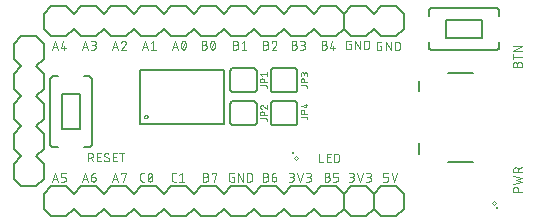
<source format=gbr>
G04 EAGLE Gerber RS-274X export*
G75*
%MOMM*%
%FSLAX34Y34*%
%LPD*%
%INSilkscreen Top*%
%IPPOS*%
%AMOC8*
5,1,8,0,0,1.08239X$1,22.5*%
G01*
%ADD10C,0.076200*%
%ADD11C,0.203200*%
%ADD12C,0.127000*%
%ADD13C,0.050000*%
%ADD14C,0.063400*%
%ADD15C,0.250000*%
%ADD16C,0.152400*%
%ADD17C,0.050800*%


D10*
X35941Y145161D02*
X38396Y152527D01*
X40852Y145161D01*
X40238Y147003D02*
X36555Y147003D01*
X43665Y146798D02*
X45302Y152527D01*
X43665Y146798D02*
X47758Y146798D01*
X46530Y148435D02*
X46530Y145161D01*
X61341Y145161D02*
X63796Y152527D01*
X66252Y145161D01*
X65638Y147003D02*
X61955Y147003D01*
X69065Y145161D02*
X71112Y145161D01*
X71201Y145163D01*
X71290Y145169D01*
X71379Y145179D01*
X71467Y145192D01*
X71555Y145209D01*
X71642Y145231D01*
X71727Y145256D01*
X71812Y145284D01*
X71895Y145317D01*
X71977Y145353D01*
X72057Y145392D01*
X72135Y145435D01*
X72211Y145481D01*
X72286Y145531D01*
X72358Y145584D01*
X72427Y145640D01*
X72494Y145699D01*
X72559Y145760D01*
X72620Y145825D01*
X72679Y145892D01*
X72735Y145961D01*
X72788Y146033D01*
X72838Y146108D01*
X72884Y146184D01*
X72927Y146262D01*
X72966Y146342D01*
X73002Y146424D01*
X73035Y146507D01*
X73063Y146592D01*
X73088Y146677D01*
X73110Y146764D01*
X73127Y146852D01*
X73140Y146940D01*
X73150Y147029D01*
X73156Y147118D01*
X73158Y147207D01*
X73156Y147296D01*
X73150Y147385D01*
X73140Y147474D01*
X73127Y147562D01*
X73110Y147650D01*
X73088Y147737D01*
X73063Y147822D01*
X73035Y147907D01*
X73002Y147990D01*
X72966Y148072D01*
X72927Y148152D01*
X72884Y148230D01*
X72838Y148306D01*
X72788Y148381D01*
X72735Y148453D01*
X72679Y148522D01*
X72620Y148589D01*
X72559Y148654D01*
X72494Y148715D01*
X72427Y148774D01*
X72358Y148830D01*
X72286Y148883D01*
X72211Y148933D01*
X72135Y148979D01*
X72057Y149022D01*
X71977Y149061D01*
X71895Y149097D01*
X71812Y149130D01*
X71727Y149158D01*
X71642Y149183D01*
X71555Y149205D01*
X71467Y149222D01*
X71379Y149235D01*
X71290Y149245D01*
X71201Y149251D01*
X71112Y149253D01*
X71521Y152527D02*
X69065Y152527D01*
X71521Y152527D02*
X71600Y152525D01*
X71679Y152519D01*
X71758Y152510D01*
X71836Y152497D01*
X71913Y152479D01*
X71989Y152459D01*
X72064Y152434D01*
X72138Y152406D01*
X72211Y152375D01*
X72282Y152339D01*
X72351Y152301D01*
X72418Y152259D01*
X72483Y152214D01*
X72546Y152166D01*
X72607Y152115D01*
X72664Y152061D01*
X72720Y152005D01*
X72772Y151946D01*
X72822Y151884D01*
X72868Y151820D01*
X72912Y151754D01*
X72952Y151686D01*
X72988Y151616D01*
X73022Y151544D01*
X73052Y151470D01*
X73078Y151396D01*
X73101Y151320D01*
X73119Y151243D01*
X73135Y151166D01*
X73146Y151087D01*
X73154Y151009D01*
X73158Y150930D01*
X73158Y150850D01*
X73154Y150771D01*
X73146Y150693D01*
X73135Y150614D01*
X73119Y150537D01*
X73101Y150460D01*
X73078Y150384D01*
X73052Y150310D01*
X73022Y150236D01*
X72988Y150164D01*
X72952Y150094D01*
X72912Y150026D01*
X72868Y149960D01*
X72822Y149896D01*
X72772Y149834D01*
X72720Y149775D01*
X72664Y149719D01*
X72607Y149665D01*
X72546Y149614D01*
X72483Y149566D01*
X72418Y149521D01*
X72351Y149479D01*
X72282Y149441D01*
X72211Y149405D01*
X72138Y149374D01*
X72064Y149346D01*
X71989Y149321D01*
X71913Y149301D01*
X71836Y149283D01*
X71758Y149270D01*
X71679Y149261D01*
X71600Y149255D01*
X71521Y149253D01*
X69884Y149253D01*
X86741Y145161D02*
X89196Y152527D01*
X91652Y145161D01*
X91038Y147003D02*
X87355Y147003D01*
X96716Y152528D02*
X96801Y152526D01*
X96886Y152520D01*
X96970Y152510D01*
X97054Y152497D01*
X97138Y152479D01*
X97220Y152458D01*
X97301Y152433D01*
X97381Y152404D01*
X97460Y152371D01*
X97537Y152335D01*
X97612Y152295D01*
X97686Y152252D01*
X97757Y152206D01*
X97826Y152156D01*
X97893Y152103D01*
X97957Y152047D01*
X98018Y151988D01*
X98077Y151927D01*
X98133Y151863D01*
X98186Y151796D01*
X98236Y151727D01*
X98282Y151656D01*
X98325Y151582D01*
X98365Y151507D01*
X98401Y151430D01*
X98434Y151351D01*
X98463Y151271D01*
X98488Y151190D01*
X98509Y151108D01*
X98527Y151024D01*
X98540Y150940D01*
X98550Y150856D01*
X98556Y150771D01*
X98558Y150686D01*
X96716Y152527D02*
X96620Y152525D01*
X96524Y152519D01*
X96429Y152509D01*
X96334Y152496D01*
X96239Y152478D01*
X96146Y152457D01*
X96053Y152432D01*
X95962Y152403D01*
X95871Y152371D01*
X95782Y152335D01*
X95695Y152295D01*
X95609Y152252D01*
X95525Y152206D01*
X95443Y152156D01*
X95363Y152102D01*
X95286Y152046D01*
X95211Y151986D01*
X95138Y151924D01*
X95068Y151858D01*
X95000Y151790D01*
X94935Y151719D01*
X94874Y151646D01*
X94815Y151570D01*
X94759Y151491D01*
X94707Y151411D01*
X94658Y151328D01*
X94612Y151244D01*
X94570Y151158D01*
X94532Y151070D01*
X94497Y150981D01*
X94465Y150890D01*
X97944Y149254D02*
X98004Y149313D01*
X98061Y149375D01*
X98116Y149439D01*
X98167Y149506D01*
X98216Y149575D01*
X98262Y149645D01*
X98305Y149718D01*
X98345Y149792D01*
X98381Y149868D01*
X98414Y149946D01*
X98444Y150025D01*
X98471Y150105D01*
X98494Y150186D01*
X98513Y150268D01*
X98529Y150350D01*
X98542Y150434D01*
X98551Y150518D01*
X98556Y150602D01*
X98558Y150686D01*
X97944Y149253D02*
X94465Y145161D01*
X98558Y145161D01*
X112141Y145161D02*
X114596Y152527D01*
X117052Y145161D01*
X116438Y147003D02*
X112755Y147003D01*
X119865Y150890D02*
X121912Y152527D01*
X121912Y145161D01*
X123958Y145161D02*
X119865Y145161D01*
X137541Y145161D02*
X139996Y152527D01*
X142452Y145161D01*
X141838Y147003D02*
X138155Y147003D01*
X145266Y148844D02*
X145268Y148997D01*
X145274Y149150D01*
X145283Y149302D01*
X145297Y149455D01*
X145314Y149607D01*
X145335Y149758D01*
X145360Y149909D01*
X145389Y150059D01*
X145421Y150209D01*
X145458Y150357D01*
X145498Y150505D01*
X145541Y150652D01*
X145589Y150797D01*
X145640Y150941D01*
X145694Y151084D01*
X145753Y151226D01*
X145814Y151365D01*
X145880Y151504D01*
X145906Y151574D01*
X145936Y151644D01*
X145969Y151711D01*
X146005Y151777D01*
X146044Y151841D01*
X146087Y151903D01*
X146133Y151962D01*
X146181Y152020D01*
X146232Y152074D01*
X146286Y152127D01*
X146343Y152176D01*
X146402Y152223D01*
X146463Y152266D01*
X146526Y152307D01*
X146591Y152344D01*
X146658Y152379D01*
X146727Y152409D01*
X146797Y152437D01*
X146868Y152460D01*
X146940Y152481D01*
X147013Y152497D01*
X147087Y152510D01*
X147162Y152520D01*
X147237Y152525D01*
X147312Y152527D01*
X147387Y152525D01*
X147462Y152520D01*
X147537Y152510D01*
X147611Y152497D01*
X147684Y152481D01*
X147756Y152460D01*
X147827Y152437D01*
X147897Y152409D01*
X147966Y152379D01*
X148033Y152344D01*
X148098Y152307D01*
X148161Y152266D01*
X148222Y152223D01*
X148281Y152176D01*
X148338Y152127D01*
X148392Y152074D01*
X148443Y152020D01*
X148492Y151962D01*
X148537Y151903D01*
X148580Y151841D01*
X148619Y151777D01*
X148656Y151711D01*
X148688Y151643D01*
X148718Y151574D01*
X148744Y151504D01*
X148809Y151366D01*
X148871Y151226D01*
X148929Y151084D01*
X148984Y150941D01*
X149035Y150797D01*
X149083Y150652D01*
X149126Y150505D01*
X149166Y150358D01*
X149203Y150209D01*
X149235Y150059D01*
X149264Y149909D01*
X149289Y149758D01*
X149310Y149607D01*
X149327Y149455D01*
X149341Y149302D01*
X149350Y149150D01*
X149356Y148997D01*
X149358Y148844D01*
X145265Y148844D02*
X145267Y148691D01*
X145273Y148538D01*
X145282Y148385D01*
X145296Y148233D01*
X145313Y148081D01*
X145334Y147930D01*
X145359Y147779D01*
X145388Y147628D01*
X145420Y147479D01*
X145457Y147330D01*
X145497Y147183D01*
X145540Y147036D01*
X145588Y146891D01*
X145639Y146746D01*
X145694Y146604D01*
X145752Y146462D01*
X145814Y146322D01*
X145879Y146184D01*
X145880Y146184D02*
X145906Y146113D01*
X145936Y146044D01*
X145969Y145977D01*
X146005Y145911D01*
X146044Y145847D01*
X146087Y145785D01*
X146133Y145726D01*
X146181Y145668D01*
X146232Y145614D01*
X146286Y145561D01*
X146343Y145512D01*
X146402Y145465D01*
X146463Y145422D01*
X146526Y145381D01*
X146591Y145344D01*
X146658Y145309D01*
X146727Y145279D01*
X146797Y145251D01*
X146868Y145228D01*
X146940Y145207D01*
X147013Y145191D01*
X147087Y145178D01*
X147162Y145168D01*
X147237Y145163D01*
X147312Y145161D01*
X148743Y146184D02*
X148808Y146322D01*
X148870Y146462D01*
X148928Y146604D01*
X148983Y146747D01*
X149034Y146891D01*
X149082Y147036D01*
X149125Y147183D01*
X149165Y147331D01*
X149202Y147479D01*
X149234Y147629D01*
X149263Y147779D01*
X149288Y147930D01*
X149309Y148081D01*
X149326Y148233D01*
X149340Y148386D01*
X149349Y148538D01*
X149355Y148691D01*
X149357Y148844D01*
X148744Y146184D02*
X148718Y146114D01*
X148688Y146044D01*
X148656Y145977D01*
X148619Y145911D01*
X148580Y145847D01*
X148537Y145785D01*
X148491Y145726D01*
X148443Y145668D01*
X148392Y145614D01*
X148338Y145561D01*
X148281Y145512D01*
X148222Y145465D01*
X148161Y145422D01*
X148098Y145381D01*
X148033Y145344D01*
X147966Y145309D01*
X147897Y145279D01*
X147827Y145251D01*
X147756Y145228D01*
X147684Y145207D01*
X147611Y145191D01*
X147537Y145178D01*
X147462Y145168D01*
X147387Y145163D01*
X147312Y145161D01*
X145675Y146798D02*
X148948Y150890D01*
X162941Y149253D02*
X164987Y149253D01*
X165076Y149251D01*
X165165Y149245D01*
X165254Y149235D01*
X165342Y149222D01*
X165430Y149205D01*
X165517Y149183D01*
X165602Y149158D01*
X165687Y149130D01*
X165770Y149097D01*
X165852Y149061D01*
X165932Y149022D01*
X166010Y148979D01*
X166086Y148933D01*
X166161Y148883D01*
X166233Y148830D01*
X166302Y148774D01*
X166369Y148715D01*
X166434Y148654D01*
X166495Y148589D01*
X166554Y148522D01*
X166610Y148453D01*
X166663Y148381D01*
X166713Y148306D01*
X166759Y148230D01*
X166802Y148152D01*
X166841Y148072D01*
X166877Y147990D01*
X166910Y147907D01*
X166938Y147822D01*
X166963Y147737D01*
X166985Y147650D01*
X167002Y147562D01*
X167015Y147474D01*
X167025Y147385D01*
X167031Y147296D01*
X167033Y147207D01*
X167031Y147118D01*
X167025Y147029D01*
X167015Y146940D01*
X167002Y146852D01*
X166985Y146764D01*
X166963Y146677D01*
X166938Y146592D01*
X166910Y146507D01*
X166877Y146424D01*
X166841Y146342D01*
X166802Y146262D01*
X166759Y146184D01*
X166713Y146108D01*
X166663Y146033D01*
X166610Y145961D01*
X166554Y145892D01*
X166495Y145825D01*
X166434Y145760D01*
X166369Y145699D01*
X166302Y145640D01*
X166233Y145584D01*
X166161Y145531D01*
X166086Y145481D01*
X166010Y145435D01*
X165932Y145392D01*
X165852Y145353D01*
X165770Y145317D01*
X165687Y145284D01*
X165602Y145256D01*
X165517Y145231D01*
X165430Y145209D01*
X165342Y145192D01*
X165254Y145179D01*
X165165Y145169D01*
X165076Y145163D01*
X164987Y145161D01*
X162941Y145161D01*
X162941Y152527D01*
X164987Y152527D01*
X165066Y152525D01*
X165145Y152519D01*
X165224Y152510D01*
X165302Y152497D01*
X165379Y152479D01*
X165455Y152459D01*
X165530Y152434D01*
X165604Y152406D01*
X165677Y152375D01*
X165748Y152339D01*
X165817Y152301D01*
X165884Y152259D01*
X165949Y152214D01*
X166012Y152166D01*
X166073Y152115D01*
X166130Y152061D01*
X166186Y152005D01*
X166238Y151946D01*
X166288Y151884D01*
X166334Y151820D01*
X166378Y151754D01*
X166418Y151686D01*
X166454Y151616D01*
X166488Y151544D01*
X166518Y151470D01*
X166544Y151396D01*
X166567Y151320D01*
X166585Y151243D01*
X166601Y151166D01*
X166612Y151087D01*
X166620Y151009D01*
X166624Y150930D01*
X166624Y150850D01*
X166620Y150771D01*
X166612Y150693D01*
X166601Y150614D01*
X166585Y150537D01*
X166567Y150460D01*
X166544Y150384D01*
X166518Y150310D01*
X166488Y150236D01*
X166454Y150164D01*
X166418Y150094D01*
X166378Y150026D01*
X166334Y149960D01*
X166288Y149896D01*
X166238Y149834D01*
X166186Y149775D01*
X166130Y149719D01*
X166073Y149665D01*
X166012Y149614D01*
X165949Y149566D01*
X165884Y149521D01*
X165817Y149479D01*
X165748Y149441D01*
X165677Y149405D01*
X165604Y149374D01*
X165530Y149346D01*
X165455Y149321D01*
X165379Y149301D01*
X165302Y149283D01*
X165224Y149270D01*
X165145Y149261D01*
X165066Y149255D01*
X164987Y149253D01*
X169895Y148844D02*
X169897Y148997D01*
X169903Y149150D01*
X169912Y149302D01*
X169926Y149455D01*
X169943Y149607D01*
X169964Y149758D01*
X169989Y149909D01*
X170018Y150059D01*
X170050Y150209D01*
X170087Y150357D01*
X170127Y150505D01*
X170170Y150652D01*
X170218Y150797D01*
X170269Y150941D01*
X170323Y151084D01*
X170382Y151226D01*
X170443Y151365D01*
X170509Y151504D01*
X170535Y151574D01*
X170565Y151644D01*
X170598Y151711D01*
X170634Y151777D01*
X170673Y151841D01*
X170716Y151903D01*
X170762Y151962D01*
X170810Y152020D01*
X170861Y152074D01*
X170915Y152127D01*
X170972Y152176D01*
X171031Y152223D01*
X171092Y152266D01*
X171155Y152307D01*
X171220Y152344D01*
X171287Y152379D01*
X171356Y152409D01*
X171426Y152437D01*
X171497Y152460D01*
X171569Y152481D01*
X171642Y152497D01*
X171716Y152510D01*
X171791Y152520D01*
X171866Y152525D01*
X171941Y152527D01*
X172016Y152525D01*
X172091Y152520D01*
X172166Y152510D01*
X172240Y152497D01*
X172313Y152481D01*
X172385Y152460D01*
X172456Y152437D01*
X172526Y152409D01*
X172595Y152379D01*
X172662Y152344D01*
X172727Y152307D01*
X172790Y152266D01*
X172851Y152223D01*
X172910Y152176D01*
X172967Y152127D01*
X173021Y152074D01*
X173072Y152020D01*
X173121Y151962D01*
X173166Y151903D01*
X173209Y151841D01*
X173248Y151777D01*
X173285Y151711D01*
X173317Y151643D01*
X173347Y151574D01*
X173373Y151504D01*
X173438Y151366D01*
X173500Y151226D01*
X173558Y151084D01*
X173613Y150941D01*
X173664Y150797D01*
X173712Y150652D01*
X173755Y150505D01*
X173795Y150358D01*
X173832Y150209D01*
X173864Y150059D01*
X173893Y149909D01*
X173918Y149758D01*
X173939Y149607D01*
X173956Y149455D01*
X173970Y149302D01*
X173979Y149150D01*
X173985Y148997D01*
X173987Y148844D01*
X169894Y148844D02*
X169896Y148691D01*
X169902Y148538D01*
X169911Y148385D01*
X169925Y148233D01*
X169942Y148081D01*
X169963Y147930D01*
X169988Y147779D01*
X170017Y147628D01*
X170049Y147479D01*
X170086Y147330D01*
X170126Y147183D01*
X170169Y147036D01*
X170217Y146891D01*
X170268Y146746D01*
X170323Y146604D01*
X170381Y146462D01*
X170443Y146322D01*
X170508Y146184D01*
X170509Y146184D02*
X170535Y146113D01*
X170565Y146044D01*
X170598Y145977D01*
X170634Y145911D01*
X170673Y145847D01*
X170716Y145785D01*
X170762Y145726D01*
X170810Y145668D01*
X170861Y145614D01*
X170915Y145561D01*
X170972Y145512D01*
X171031Y145465D01*
X171092Y145422D01*
X171155Y145381D01*
X171220Y145344D01*
X171287Y145309D01*
X171356Y145279D01*
X171426Y145251D01*
X171497Y145228D01*
X171569Y145207D01*
X171642Y145191D01*
X171716Y145178D01*
X171791Y145168D01*
X171866Y145163D01*
X171941Y145161D01*
X173373Y146184D02*
X173438Y146322D01*
X173500Y146462D01*
X173558Y146604D01*
X173613Y146747D01*
X173664Y146891D01*
X173712Y147036D01*
X173755Y147183D01*
X173795Y147331D01*
X173832Y147479D01*
X173864Y147629D01*
X173893Y147779D01*
X173918Y147930D01*
X173939Y148081D01*
X173956Y148233D01*
X173970Y148386D01*
X173979Y148538D01*
X173985Y148691D01*
X173987Y148844D01*
X173373Y146184D02*
X173347Y146114D01*
X173317Y146044D01*
X173285Y145977D01*
X173248Y145911D01*
X173209Y145847D01*
X173166Y145785D01*
X173120Y145726D01*
X173072Y145668D01*
X173021Y145614D01*
X172967Y145561D01*
X172910Y145512D01*
X172851Y145465D01*
X172790Y145422D01*
X172727Y145381D01*
X172662Y145344D01*
X172595Y145309D01*
X172526Y145279D01*
X172456Y145251D01*
X172385Y145228D01*
X172313Y145207D01*
X172240Y145191D01*
X172166Y145178D01*
X172091Y145168D01*
X172016Y145163D01*
X171941Y145161D01*
X170304Y146798D02*
X173578Y150890D01*
X189611Y149253D02*
X191657Y149253D01*
X191746Y149251D01*
X191835Y149245D01*
X191924Y149235D01*
X192012Y149222D01*
X192100Y149205D01*
X192187Y149183D01*
X192272Y149158D01*
X192357Y149130D01*
X192440Y149097D01*
X192522Y149061D01*
X192602Y149022D01*
X192680Y148979D01*
X192756Y148933D01*
X192831Y148883D01*
X192903Y148830D01*
X192972Y148774D01*
X193039Y148715D01*
X193104Y148654D01*
X193165Y148589D01*
X193224Y148522D01*
X193280Y148453D01*
X193333Y148381D01*
X193383Y148306D01*
X193429Y148230D01*
X193472Y148152D01*
X193511Y148072D01*
X193547Y147990D01*
X193580Y147907D01*
X193608Y147822D01*
X193633Y147737D01*
X193655Y147650D01*
X193672Y147562D01*
X193685Y147474D01*
X193695Y147385D01*
X193701Y147296D01*
X193703Y147207D01*
X193701Y147118D01*
X193695Y147029D01*
X193685Y146940D01*
X193672Y146852D01*
X193655Y146764D01*
X193633Y146677D01*
X193608Y146592D01*
X193580Y146507D01*
X193547Y146424D01*
X193511Y146342D01*
X193472Y146262D01*
X193429Y146184D01*
X193383Y146108D01*
X193333Y146033D01*
X193280Y145961D01*
X193224Y145892D01*
X193165Y145825D01*
X193104Y145760D01*
X193039Y145699D01*
X192972Y145640D01*
X192903Y145584D01*
X192831Y145531D01*
X192756Y145481D01*
X192680Y145435D01*
X192602Y145392D01*
X192522Y145353D01*
X192440Y145317D01*
X192357Y145284D01*
X192272Y145256D01*
X192187Y145231D01*
X192100Y145209D01*
X192012Y145192D01*
X191924Y145179D01*
X191835Y145169D01*
X191746Y145163D01*
X191657Y145161D01*
X189611Y145161D01*
X189611Y152527D01*
X191657Y152527D01*
X191736Y152525D01*
X191815Y152519D01*
X191894Y152510D01*
X191972Y152497D01*
X192049Y152479D01*
X192125Y152459D01*
X192200Y152434D01*
X192274Y152406D01*
X192347Y152375D01*
X192418Y152339D01*
X192487Y152301D01*
X192554Y152259D01*
X192619Y152214D01*
X192682Y152166D01*
X192743Y152115D01*
X192800Y152061D01*
X192856Y152005D01*
X192908Y151946D01*
X192958Y151884D01*
X193004Y151820D01*
X193048Y151754D01*
X193088Y151686D01*
X193124Y151616D01*
X193158Y151544D01*
X193188Y151470D01*
X193214Y151396D01*
X193237Y151320D01*
X193255Y151243D01*
X193271Y151166D01*
X193282Y151087D01*
X193290Y151009D01*
X193294Y150930D01*
X193294Y150850D01*
X193290Y150771D01*
X193282Y150693D01*
X193271Y150614D01*
X193255Y150537D01*
X193237Y150460D01*
X193214Y150384D01*
X193188Y150310D01*
X193158Y150236D01*
X193124Y150164D01*
X193088Y150094D01*
X193048Y150026D01*
X193004Y149960D01*
X192958Y149896D01*
X192908Y149834D01*
X192856Y149775D01*
X192800Y149719D01*
X192743Y149665D01*
X192682Y149614D01*
X192619Y149566D01*
X192554Y149521D01*
X192487Y149479D01*
X192418Y149441D01*
X192347Y149405D01*
X192274Y149374D01*
X192200Y149346D01*
X192125Y149321D01*
X192049Y149301D01*
X191972Y149283D01*
X191894Y149270D01*
X191815Y149261D01*
X191736Y149255D01*
X191657Y149253D01*
X196565Y150890D02*
X198611Y152527D01*
X198611Y145161D01*
X196565Y145161D02*
X200657Y145161D01*
X215011Y149253D02*
X217057Y149253D01*
X217146Y149251D01*
X217235Y149245D01*
X217324Y149235D01*
X217412Y149222D01*
X217500Y149205D01*
X217587Y149183D01*
X217672Y149158D01*
X217757Y149130D01*
X217840Y149097D01*
X217922Y149061D01*
X218002Y149022D01*
X218080Y148979D01*
X218156Y148933D01*
X218231Y148883D01*
X218303Y148830D01*
X218372Y148774D01*
X218439Y148715D01*
X218504Y148654D01*
X218565Y148589D01*
X218624Y148522D01*
X218680Y148453D01*
X218733Y148381D01*
X218783Y148306D01*
X218829Y148230D01*
X218872Y148152D01*
X218911Y148072D01*
X218947Y147990D01*
X218980Y147907D01*
X219008Y147822D01*
X219033Y147737D01*
X219055Y147650D01*
X219072Y147562D01*
X219085Y147474D01*
X219095Y147385D01*
X219101Y147296D01*
X219103Y147207D01*
X219101Y147118D01*
X219095Y147029D01*
X219085Y146940D01*
X219072Y146852D01*
X219055Y146764D01*
X219033Y146677D01*
X219008Y146592D01*
X218980Y146507D01*
X218947Y146424D01*
X218911Y146342D01*
X218872Y146262D01*
X218829Y146184D01*
X218783Y146108D01*
X218733Y146033D01*
X218680Y145961D01*
X218624Y145892D01*
X218565Y145825D01*
X218504Y145760D01*
X218439Y145699D01*
X218372Y145640D01*
X218303Y145584D01*
X218231Y145531D01*
X218156Y145481D01*
X218080Y145435D01*
X218002Y145392D01*
X217922Y145353D01*
X217840Y145317D01*
X217757Y145284D01*
X217672Y145256D01*
X217587Y145231D01*
X217500Y145209D01*
X217412Y145192D01*
X217324Y145179D01*
X217235Y145169D01*
X217146Y145163D01*
X217057Y145161D01*
X215011Y145161D01*
X215011Y152527D01*
X217057Y152527D01*
X217136Y152525D01*
X217215Y152519D01*
X217294Y152510D01*
X217372Y152497D01*
X217449Y152479D01*
X217525Y152459D01*
X217600Y152434D01*
X217674Y152406D01*
X217747Y152375D01*
X217818Y152339D01*
X217887Y152301D01*
X217954Y152259D01*
X218019Y152214D01*
X218082Y152166D01*
X218143Y152115D01*
X218200Y152061D01*
X218256Y152005D01*
X218308Y151946D01*
X218358Y151884D01*
X218404Y151820D01*
X218448Y151754D01*
X218488Y151686D01*
X218524Y151616D01*
X218558Y151544D01*
X218588Y151470D01*
X218614Y151396D01*
X218637Y151320D01*
X218655Y151243D01*
X218671Y151166D01*
X218682Y151087D01*
X218690Y151009D01*
X218694Y150930D01*
X218694Y150850D01*
X218690Y150771D01*
X218682Y150693D01*
X218671Y150614D01*
X218655Y150537D01*
X218637Y150460D01*
X218614Y150384D01*
X218588Y150310D01*
X218558Y150236D01*
X218524Y150164D01*
X218488Y150094D01*
X218448Y150026D01*
X218404Y149960D01*
X218358Y149896D01*
X218308Y149834D01*
X218256Y149775D01*
X218200Y149719D01*
X218143Y149665D01*
X218082Y149614D01*
X218019Y149566D01*
X217954Y149521D01*
X217887Y149479D01*
X217818Y149441D01*
X217747Y149405D01*
X217674Y149374D01*
X217600Y149346D01*
X217525Y149321D01*
X217449Y149301D01*
X217372Y149283D01*
X217294Y149270D01*
X217215Y149261D01*
X217136Y149255D01*
X217057Y149253D01*
X224215Y152528D02*
X224300Y152526D01*
X224385Y152520D01*
X224469Y152510D01*
X224553Y152497D01*
X224637Y152479D01*
X224719Y152458D01*
X224800Y152433D01*
X224880Y152404D01*
X224959Y152371D01*
X225036Y152335D01*
X225111Y152295D01*
X225185Y152252D01*
X225256Y152206D01*
X225325Y152156D01*
X225392Y152103D01*
X225456Y152047D01*
X225517Y151988D01*
X225576Y151927D01*
X225632Y151863D01*
X225685Y151796D01*
X225735Y151727D01*
X225781Y151656D01*
X225824Y151582D01*
X225864Y151507D01*
X225900Y151430D01*
X225933Y151351D01*
X225962Y151271D01*
X225987Y151190D01*
X226008Y151108D01*
X226026Y151024D01*
X226039Y150940D01*
X226049Y150856D01*
X226055Y150771D01*
X226057Y150686D01*
X224215Y152527D02*
X224119Y152525D01*
X224023Y152519D01*
X223928Y152509D01*
X223833Y152496D01*
X223738Y152478D01*
X223645Y152457D01*
X223552Y152432D01*
X223461Y152403D01*
X223370Y152371D01*
X223281Y152335D01*
X223194Y152295D01*
X223108Y152252D01*
X223024Y152206D01*
X222942Y152156D01*
X222862Y152102D01*
X222785Y152046D01*
X222710Y151986D01*
X222637Y151924D01*
X222567Y151858D01*
X222499Y151790D01*
X222434Y151719D01*
X222373Y151646D01*
X222314Y151570D01*
X222258Y151491D01*
X222206Y151411D01*
X222157Y151328D01*
X222111Y151244D01*
X222069Y151158D01*
X222031Y151070D01*
X221996Y150981D01*
X221964Y150890D01*
X225443Y149254D02*
X225503Y149313D01*
X225560Y149375D01*
X225615Y149439D01*
X225666Y149506D01*
X225715Y149575D01*
X225761Y149645D01*
X225804Y149718D01*
X225844Y149792D01*
X225880Y149868D01*
X225913Y149946D01*
X225943Y150025D01*
X225970Y150105D01*
X225993Y150186D01*
X226012Y150268D01*
X226028Y150350D01*
X226041Y150434D01*
X226050Y150518D01*
X226055Y150602D01*
X226057Y150686D01*
X225443Y149253D02*
X221965Y145161D01*
X226057Y145161D01*
X239141Y149253D02*
X241187Y149253D01*
X241276Y149251D01*
X241365Y149245D01*
X241454Y149235D01*
X241542Y149222D01*
X241630Y149205D01*
X241717Y149183D01*
X241802Y149158D01*
X241887Y149130D01*
X241970Y149097D01*
X242052Y149061D01*
X242132Y149022D01*
X242210Y148979D01*
X242286Y148933D01*
X242361Y148883D01*
X242433Y148830D01*
X242502Y148774D01*
X242569Y148715D01*
X242634Y148654D01*
X242695Y148589D01*
X242754Y148522D01*
X242810Y148453D01*
X242863Y148381D01*
X242913Y148306D01*
X242959Y148230D01*
X243002Y148152D01*
X243041Y148072D01*
X243077Y147990D01*
X243110Y147907D01*
X243138Y147822D01*
X243163Y147737D01*
X243185Y147650D01*
X243202Y147562D01*
X243215Y147474D01*
X243225Y147385D01*
X243231Y147296D01*
X243233Y147207D01*
X243231Y147118D01*
X243225Y147029D01*
X243215Y146940D01*
X243202Y146852D01*
X243185Y146764D01*
X243163Y146677D01*
X243138Y146592D01*
X243110Y146507D01*
X243077Y146424D01*
X243041Y146342D01*
X243002Y146262D01*
X242959Y146184D01*
X242913Y146108D01*
X242863Y146033D01*
X242810Y145961D01*
X242754Y145892D01*
X242695Y145825D01*
X242634Y145760D01*
X242569Y145699D01*
X242502Y145640D01*
X242433Y145584D01*
X242361Y145531D01*
X242286Y145481D01*
X242210Y145435D01*
X242132Y145392D01*
X242052Y145353D01*
X241970Y145317D01*
X241887Y145284D01*
X241802Y145256D01*
X241717Y145231D01*
X241630Y145209D01*
X241542Y145192D01*
X241454Y145179D01*
X241365Y145169D01*
X241276Y145163D01*
X241187Y145161D01*
X239141Y145161D01*
X239141Y152527D01*
X241187Y152527D01*
X241266Y152525D01*
X241345Y152519D01*
X241424Y152510D01*
X241502Y152497D01*
X241579Y152479D01*
X241655Y152459D01*
X241730Y152434D01*
X241804Y152406D01*
X241877Y152375D01*
X241948Y152339D01*
X242017Y152301D01*
X242084Y152259D01*
X242149Y152214D01*
X242212Y152166D01*
X242273Y152115D01*
X242330Y152061D01*
X242386Y152005D01*
X242438Y151946D01*
X242488Y151884D01*
X242534Y151820D01*
X242578Y151754D01*
X242618Y151686D01*
X242654Y151616D01*
X242688Y151544D01*
X242718Y151470D01*
X242744Y151396D01*
X242767Y151320D01*
X242785Y151243D01*
X242801Y151166D01*
X242812Y151087D01*
X242820Y151009D01*
X242824Y150930D01*
X242824Y150850D01*
X242820Y150771D01*
X242812Y150693D01*
X242801Y150614D01*
X242785Y150537D01*
X242767Y150460D01*
X242744Y150384D01*
X242718Y150310D01*
X242688Y150236D01*
X242654Y150164D01*
X242618Y150094D01*
X242578Y150026D01*
X242534Y149960D01*
X242488Y149896D01*
X242438Y149834D01*
X242386Y149775D01*
X242330Y149719D01*
X242273Y149665D01*
X242212Y149614D01*
X242149Y149566D01*
X242084Y149521D01*
X242017Y149479D01*
X241948Y149441D01*
X241877Y149405D01*
X241804Y149374D01*
X241730Y149346D01*
X241655Y149321D01*
X241579Y149301D01*
X241502Y149283D01*
X241424Y149270D01*
X241345Y149261D01*
X241266Y149255D01*
X241187Y149253D01*
X246095Y145161D02*
X248141Y145161D01*
X248230Y145163D01*
X248319Y145169D01*
X248408Y145179D01*
X248496Y145192D01*
X248584Y145209D01*
X248671Y145231D01*
X248756Y145256D01*
X248841Y145284D01*
X248924Y145317D01*
X249006Y145353D01*
X249086Y145392D01*
X249164Y145435D01*
X249240Y145481D01*
X249315Y145531D01*
X249387Y145584D01*
X249456Y145640D01*
X249523Y145699D01*
X249588Y145760D01*
X249649Y145825D01*
X249708Y145892D01*
X249764Y145961D01*
X249817Y146033D01*
X249867Y146108D01*
X249913Y146184D01*
X249956Y146262D01*
X249995Y146342D01*
X250031Y146424D01*
X250064Y146507D01*
X250092Y146592D01*
X250117Y146677D01*
X250139Y146764D01*
X250156Y146852D01*
X250169Y146940D01*
X250179Y147029D01*
X250185Y147118D01*
X250187Y147207D01*
X250185Y147296D01*
X250179Y147385D01*
X250169Y147474D01*
X250156Y147562D01*
X250139Y147650D01*
X250117Y147737D01*
X250092Y147822D01*
X250064Y147907D01*
X250031Y147990D01*
X249995Y148072D01*
X249956Y148152D01*
X249913Y148230D01*
X249867Y148306D01*
X249817Y148381D01*
X249764Y148453D01*
X249708Y148522D01*
X249649Y148589D01*
X249588Y148654D01*
X249523Y148715D01*
X249456Y148774D01*
X249387Y148830D01*
X249315Y148883D01*
X249240Y148933D01*
X249164Y148979D01*
X249086Y149022D01*
X249006Y149061D01*
X248924Y149097D01*
X248841Y149130D01*
X248756Y149158D01*
X248671Y149183D01*
X248584Y149205D01*
X248496Y149222D01*
X248408Y149235D01*
X248319Y149245D01*
X248230Y149251D01*
X248141Y149253D01*
X248550Y152527D02*
X246095Y152527D01*
X248550Y152527D02*
X248629Y152525D01*
X248708Y152519D01*
X248787Y152510D01*
X248865Y152497D01*
X248942Y152479D01*
X249018Y152459D01*
X249093Y152434D01*
X249167Y152406D01*
X249240Y152375D01*
X249311Y152339D01*
X249380Y152301D01*
X249447Y152259D01*
X249512Y152214D01*
X249575Y152166D01*
X249636Y152115D01*
X249693Y152061D01*
X249749Y152005D01*
X249801Y151946D01*
X249851Y151884D01*
X249897Y151820D01*
X249941Y151754D01*
X249981Y151686D01*
X250017Y151616D01*
X250051Y151544D01*
X250081Y151470D01*
X250107Y151396D01*
X250130Y151320D01*
X250148Y151243D01*
X250164Y151166D01*
X250175Y151087D01*
X250183Y151009D01*
X250187Y150930D01*
X250187Y150850D01*
X250183Y150771D01*
X250175Y150693D01*
X250164Y150614D01*
X250148Y150537D01*
X250130Y150460D01*
X250107Y150384D01*
X250081Y150310D01*
X250051Y150236D01*
X250017Y150164D01*
X249981Y150094D01*
X249941Y150026D01*
X249897Y149960D01*
X249851Y149896D01*
X249801Y149834D01*
X249749Y149775D01*
X249693Y149719D01*
X249636Y149665D01*
X249575Y149614D01*
X249512Y149566D01*
X249447Y149521D01*
X249380Y149479D01*
X249311Y149441D01*
X249240Y149405D01*
X249167Y149374D01*
X249093Y149346D01*
X249018Y149321D01*
X248942Y149301D01*
X248865Y149283D01*
X248787Y149270D01*
X248708Y149261D01*
X248629Y149255D01*
X248550Y149253D01*
X246913Y149253D01*
X264541Y149253D02*
X266587Y149253D01*
X266676Y149251D01*
X266765Y149245D01*
X266854Y149235D01*
X266942Y149222D01*
X267030Y149205D01*
X267117Y149183D01*
X267202Y149158D01*
X267287Y149130D01*
X267370Y149097D01*
X267452Y149061D01*
X267532Y149022D01*
X267610Y148979D01*
X267686Y148933D01*
X267761Y148883D01*
X267833Y148830D01*
X267902Y148774D01*
X267969Y148715D01*
X268034Y148654D01*
X268095Y148589D01*
X268154Y148522D01*
X268210Y148453D01*
X268263Y148381D01*
X268313Y148306D01*
X268359Y148230D01*
X268402Y148152D01*
X268441Y148072D01*
X268477Y147990D01*
X268510Y147907D01*
X268538Y147822D01*
X268563Y147737D01*
X268585Y147650D01*
X268602Y147562D01*
X268615Y147474D01*
X268625Y147385D01*
X268631Y147296D01*
X268633Y147207D01*
X268631Y147118D01*
X268625Y147029D01*
X268615Y146940D01*
X268602Y146852D01*
X268585Y146764D01*
X268563Y146677D01*
X268538Y146592D01*
X268510Y146507D01*
X268477Y146424D01*
X268441Y146342D01*
X268402Y146262D01*
X268359Y146184D01*
X268313Y146108D01*
X268263Y146033D01*
X268210Y145961D01*
X268154Y145892D01*
X268095Y145825D01*
X268034Y145760D01*
X267969Y145699D01*
X267902Y145640D01*
X267833Y145584D01*
X267761Y145531D01*
X267686Y145481D01*
X267610Y145435D01*
X267532Y145392D01*
X267452Y145353D01*
X267370Y145317D01*
X267287Y145284D01*
X267202Y145256D01*
X267117Y145231D01*
X267030Y145209D01*
X266942Y145192D01*
X266854Y145179D01*
X266765Y145169D01*
X266676Y145163D01*
X266587Y145161D01*
X264541Y145161D01*
X264541Y152527D01*
X266587Y152527D01*
X266666Y152525D01*
X266745Y152519D01*
X266824Y152510D01*
X266902Y152497D01*
X266979Y152479D01*
X267055Y152459D01*
X267130Y152434D01*
X267204Y152406D01*
X267277Y152375D01*
X267348Y152339D01*
X267417Y152301D01*
X267484Y152259D01*
X267549Y152214D01*
X267612Y152166D01*
X267673Y152115D01*
X267730Y152061D01*
X267786Y152005D01*
X267838Y151946D01*
X267888Y151884D01*
X267934Y151820D01*
X267978Y151754D01*
X268018Y151686D01*
X268054Y151616D01*
X268088Y151544D01*
X268118Y151470D01*
X268144Y151396D01*
X268167Y151320D01*
X268185Y151243D01*
X268201Y151166D01*
X268212Y151087D01*
X268220Y151009D01*
X268224Y150930D01*
X268224Y150850D01*
X268220Y150771D01*
X268212Y150693D01*
X268201Y150614D01*
X268185Y150537D01*
X268167Y150460D01*
X268144Y150384D01*
X268118Y150310D01*
X268088Y150236D01*
X268054Y150164D01*
X268018Y150094D01*
X267978Y150026D01*
X267934Y149960D01*
X267888Y149896D01*
X267838Y149834D01*
X267786Y149775D01*
X267730Y149719D01*
X267673Y149665D01*
X267612Y149614D01*
X267549Y149566D01*
X267484Y149521D01*
X267417Y149479D01*
X267348Y149441D01*
X267277Y149405D01*
X267204Y149374D01*
X267130Y149346D01*
X267055Y149321D01*
X266979Y149301D01*
X266902Y149283D01*
X266824Y149270D01*
X266745Y149261D01*
X266666Y149255D01*
X266587Y149253D01*
X271495Y146798D02*
X273132Y152527D01*
X271495Y146798D02*
X275587Y146798D01*
X274359Y148435D02*
X274359Y145161D01*
X269127Y37493D02*
X267081Y37493D01*
X269127Y37493D02*
X269216Y37491D01*
X269305Y37485D01*
X269394Y37475D01*
X269482Y37462D01*
X269570Y37445D01*
X269657Y37423D01*
X269742Y37398D01*
X269827Y37370D01*
X269910Y37337D01*
X269992Y37301D01*
X270072Y37262D01*
X270150Y37219D01*
X270226Y37173D01*
X270301Y37123D01*
X270373Y37070D01*
X270442Y37014D01*
X270509Y36955D01*
X270574Y36894D01*
X270635Y36829D01*
X270694Y36762D01*
X270750Y36693D01*
X270803Y36621D01*
X270853Y36546D01*
X270899Y36470D01*
X270942Y36392D01*
X270981Y36312D01*
X271017Y36230D01*
X271050Y36147D01*
X271078Y36062D01*
X271103Y35977D01*
X271125Y35890D01*
X271142Y35802D01*
X271155Y35714D01*
X271165Y35625D01*
X271171Y35536D01*
X271173Y35447D01*
X271171Y35358D01*
X271165Y35269D01*
X271155Y35180D01*
X271142Y35092D01*
X271125Y35004D01*
X271103Y34917D01*
X271078Y34832D01*
X271050Y34747D01*
X271017Y34664D01*
X270981Y34582D01*
X270942Y34502D01*
X270899Y34424D01*
X270853Y34348D01*
X270803Y34273D01*
X270750Y34201D01*
X270694Y34132D01*
X270635Y34065D01*
X270574Y34000D01*
X270509Y33939D01*
X270442Y33880D01*
X270373Y33824D01*
X270301Y33771D01*
X270226Y33721D01*
X270150Y33675D01*
X270072Y33632D01*
X269992Y33593D01*
X269910Y33557D01*
X269827Y33524D01*
X269742Y33496D01*
X269657Y33471D01*
X269570Y33449D01*
X269482Y33432D01*
X269394Y33419D01*
X269305Y33409D01*
X269216Y33403D01*
X269127Y33401D01*
X267081Y33401D01*
X267081Y40767D01*
X269127Y40767D01*
X269206Y40765D01*
X269285Y40759D01*
X269364Y40750D01*
X269442Y40737D01*
X269519Y40719D01*
X269595Y40699D01*
X269670Y40674D01*
X269744Y40646D01*
X269817Y40615D01*
X269888Y40579D01*
X269957Y40541D01*
X270024Y40499D01*
X270089Y40454D01*
X270152Y40406D01*
X270213Y40355D01*
X270270Y40301D01*
X270326Y40245D01*
X270378Y40186D01*
X270428Y40124D01*
X270474Y40060D01*
X270518Y39994D01*
X270558Y39926D01*
X270594Y39856D01*
X270628Y39784D01*
X270658Y39710D01*
X270684Y39636D01*
X270707Y39560D01*
X270725Y39483D01*
X270741Y39406D01*
X270752Y39327D01*
X270760Y39249D01*
X270764Y39170D01*
X270764Y39090D01*
X270760Y39011D01*
X270752Y38933D01*
X270741Y38854D01*
X270725Y38777D01*
X270707Y38700D01*
X270684Y38624D01*
X270658Y38550D01*
X270628Y38476D01*
X270594Y38404D01*
X270558Y38334D01*
X270518Y38266D01*
X270474Y38200D01*
X270428Y38136D01*
X270378Y38074D01*
X270326Y38015D01*
X270270Y37959D01*
X270213Y37905D01*
X270152Y37854D01*
X270089Y37806D01*
X270024Y37761D01*
X269957Y37719D01*
X269888Y37681D01*
X269817Y37645D01*
X269744Y37614D01*
X269670Y37586D01*
X269595Y37561D01*
X269519Y37541D01*
X269442Y37523D01*
X269364Y37510D01*
X269285Y37501D01*
X269206Y37495D01*
X269127Y37493D01*
X274035Y33401D02*
X276490Y33401D01*
X276568Y33403D01*
X276646Y33408D01*
X276723Y33418D01*
X276800Y33431D01*
X276876Y33447D01*
X276951Y33467D01*
X277025Y33491D01*
X277098Y33518D01*
X277170Y33549D01*
X277240Y33583D01*
X277309Y33620D01*
X277375Y33661D01*
X277440Y33705D01*
X277502Y33751D01*
X277562Y33801D01*
X277620Y33853D01*
X277675Y33908D01*
X277727Y33966D01*
X277777Y34026D01*
X277823Y34088D01*
X277867Y34153D01*
X277908Y34220D01*
X277945Y34288D01*
X277979Y34358D01*
X278010Y34430D01*
X278037Y34503D01*
X278061Y34577D01*
X278081Y34652D01*
X278097Y34728D01*
X278110Y34805D01*
X278120Y34882D01*
X278125Y34960D01*
X278127Y35038D01*
X278127Y35856D01*
X278125Y35934D01*
X278120Y36012D01*
X278110Y36089D01*
X278097Y36166D01*
X278081Y36242D01*
X278061Y36317D01*
X278037Y36391D01*
X278010Y36464D01*
X277979Y36536D01*
X277945Y36606D01*
X277908Y36675D01*
X277867Y36741D01*
X277823Y36806D01*
X277777Y36868D01*
X277727Y36928D01*
X277675Y36986D01*
X277620Y37041D01*
X277562Y37093D01*
X277502Y37143D01*
X277440Y37189D01*
X277375Y37233D01*
X277309Y37274D01*
X277240Y37311D01*
X277170Y37345D01*
X277098Y37376D01*
X277025Y37403D01*
X276951Y37427D01*
X276876Y37447D01*
X276800Y37463D01*
X276723Y37476D01*
X276646Y37486D01*
X276568Y37491D01*
X276490Y37493D01*
X274035Y37493D01*
X274035Y40767D01*
X278127Y40767D01*
X238647Y33401D02*
X236601Y33401D01*
X238647Y33401D02*
X238736Y33403D01*
X238825Y33409D01*
X238914Y33419D01*
X239002Y33432D01*
X239090Y33449D01*
X239177Y33471D01*
X239262Y33496D01*
X239347Y33524D01*
X239430Y33557D01*
X239512Y33593D01*
X239592Y33632D01*
X239670Y33675D01*
X239746Y33721D01*
X239821Y33771D01*
X239893Y33824D01*
X239962Y33880D01*
X240029Y33939D01*
X240094Y34000D01*
X240155Y34065D01*
X240214Y34132D01*
X240270Y34201D01*
X240323Y34273D01*
X240373Y34348D01*
X240419Y34424D01*
X240462Y34502D01*
X240501Y34582D01*
X240537Y34664D01*
X240570Y34747D01*
X240598Y34832D01*
X240623Y34917D01*
X240645Y35004D01*
X240662Y35092D01*
X240675Y35180D01*
X240685Y35269D01*
X240691Y35358D01*
X240693Y35447D01*
X240691Y35536D01*
X240685Y35625D01*
X240675Y35714D01*
X240662Y35802D01*
X240645Y35890D01*
X240623Y35977D01*
X240598Y36062D01*
X240570Y36147D01*
X240537Y36230D01*
X240501Y36312D01*
X240462Y36392D01*
X240419Y36470D01*
X240373Y36546D01*
X240323Y36621D01*
X240270Y36693D01*
X240214Y36762D01*
X240155Y36829D01*
X240094Y36894D01*
X240029Y36955D01*
X239962Y37014D01*
X239893Y37070D01*
X239821Y37123D01*
X239746Y37173D01*
X239670Y37219D01*
X239592Y37262D01*
X239512Y37301D01*
X239430Y37337D01*
X239347Y37370D01*
X239262Y37398D01*
X239177Y37423D01*
X239090Y37445D01*
X239002Y37462D01*
X238914Y37475D01*
X238825Y37485D01*
X238736Y37491D01*
X238647Y37493D01*
X239056Y40767D02*
X236601Y40767D01*
X239056Y40767D02*
X239135Y40765D01*
X239214Y40759D01*
X239293Y40750D01*
X239371Y40737D01*
X239448Y40719D01*
X239524Y40699D01*
X239599Y40674D01*
X239673Y40646D01*
X239746Y40615D01*
X239817Y40579D01*
X239886Y40541D01*
X239953Y40499D01*
X240018Y40454D01*
X240081Y40406D01*
X240142Y40355D01*
X240199Y40301D01*
X240255Y40245D01*
X240307Y40186D01*
X240357Y40124D01*
X240403Y40060D01*
X240447Y39994D01*
X240487Y39926D01*
X240523Y39856D01*
X240557Y39784D01*
X240587Y39710D01*
X240613Y39636D01*
X240636Y39560D01*
X240654Y39483D01*
X240670Y39406D01*
X240681Y39327D01*
X240689Y39249D01*
X240693Y39170D01*
X240693Y39090D01*
X240689Y39011D01*
X240681Y38933D01*
X240670Y38854D01*
X240654Y38777D01*
X240636Y38700D01*
X240613Y38624D01*
X240587Y38550D01*
X240557Y38476D01*
X240523Y38404D01*
X240487Y38334D01*
X240447Y38266D01*
X240403Y38200D01*
X240357Y38136D01*
X240307Y38074D01*
X240255Y38015D01*
X240199Y37959D01*
X240142Y37905D01*
X240081Y37854D01*
X240018Y37806D01*
X239953Y37761D01*
X239886Y37719D01*
X239817Y37681D01*
X239746Y37645D01*
X239673Y37614D01*
X239599Y37586D01*
X239524Y37561D01*
X239448Y37541D01*
X239371Y37523D01*
X239293Y37510D01*
X239214Y37501D01*
X239135Y37495D01*
X239056Y37493D01*
X237419Y37493D01*
X243507Y40767D02*
X245962Y33401D01*
X248418Y40767D01*
X251231Y33401D02*
X253277Y33401D01*
X253366Y33403D01*
X253455Y33409D01*
X253544Y33419D01*
X253632Y33432D01*
X253720Y33449D01*
X253807Y33471D01*
X253892Y33496D01*
X253977Y33524D01*
X254060Y33557D01*
X254142Y33593D01*
X254222Y33632D01*
X254300Y33675D01*
X254376Y33721D01*
X254451Y33771D01*
X254523Y33824D01*
X254592Y33880D01*
X254659Y33939D01*
X254724Y34000D01*
X254785Y34065D01*
X254844Y34132D01*
X254900Y34201D01*
X254953Y34273D01*
X255003Y34348D01*
X255049Y34424D01*
X255092Y34502D01*
X255131Y34582D01*
X255167Y34664D01*
X255200Y34747D01*
X255228Y34832D01*
X255253Y34917D01*
X255275Y35004D01*
X255292Y35092D01*
X255305Y35180D01*
X255315Y35269D01*
X255321Y35358D01*
X255323Y35447D01*
X255321Y35536D01*
X255315Y35625D01*
X255305Y35714D01*
X255292Y35802D01*
X255275Y35890D01*
X255253Y35977D01*
X255228Y36062D01*
X255200Y36147D01*
X255167Y36230D01*
X255131Y36312D01*
X255092Y36392D01*
X255049Y36470D01*
X255003Y36546D01*
X254953Y36621D01*
X254900Y36693D01*
X254844Y36762D01*
X254785Y36829D01*
X254724Y36894D01*
X254659Y36955D01*
X254592Y37014D01*
X254523Y37070D01*
X254451Y37123D01*
X254376Y37173D01*
X254300Y37219D01*
X254222Y37262D01*
X254142Y37301D01*
X254060Y37337D01*
X253977Y37370D01*
X253892Y37398D01*
X253807Y37423D01*
X253720Y37445D01*
X253632Y37462D01*
X253544Y37475D01*
X253455Y37485D01*
X253366Y37491D01*
X253277Y37493D01*
X253687Y40767D02*
X251231Y40767D01*
X253687Y40767D02*
X253766Y40765D01*
X253845Y40759D01*
X253924Y40750D01*
X254002Y40737D01*
X254079Y40719D01*
X254155Y40699D01*
X254230Y40674D01*
X254304Y40646D01*
X254377Y40615D01*
X254448Y40579D01*
X254517Y40541D01*
X254584Y40499D01*
X254649Y40454D01*
X254712Y40406D01*
X254773Y40355D01*
X254830Y40301D01*
X254886Y40245D01*
X254938Y40186D01*
X254988Y40124D01*
X255034Y40060D01*
X255078Y39994D01*
X255118Y39926D01*
X255154Y39856D01*
X255188Y39784D01*
X255218Y39710D01*
X255244Y39636D01*
X255267Y39560D01*
X255285Y39483D01*
X255301Y39406D01*
X255312Y39327D01*
X255320Y39249D01*
X255324Y39170D01*
X255324Y39090D01*
X255320Y39011D01*
X255312Y38933D01*
X255301Y38854D01*
X255285Y38777D01*
X255267Y38700D01*
X255244Y38624D01*
X255218Y38550D01*
X255188Y38476D01*
X255154Y38404D01*
X255118Y38334D01*
X255078Y38266D01*
X255034Y38200D01*
X254988Y38136D01*
X254938Y38074D01*
X254886Y38015D01*
X254830Y37959D01*
X254773Y37905D01*
X254712Y37854D01*
X254649Y37806D01*
X254584Y37761D01*
X254517Y37719D01*
X254448Y37681D01*
X254377Y37645D01*
X254304Y37614D01*
X254230Y37586D01*
X254155Y37561D01*
X254079Y37541D01*
X254002Y37523D01*
X253924Y37510D01*
X253845Y37501D01*
X253766Y37495D01*
X253687Y37493D01*
X252050Y37493D01*
X217057Y37493D02*
X215011Y37493D01*
X217057Y37493D02*
X217146Y37491D01*
X217235Y37485D01*
X217324Y37475D01*
X217412Y37462D01*
X217500Y37445D01*
X217587Y37423D01*
X217672Y37398D01*
X217757Y37370D01*
X217840Y37337D01*
X217922Y37301D01*
X218002Y37262D01*
X218080Y37219D01*
X218156Y37173D01*
X218231Y37123D01*
X218303Y37070D01*
X218372Y37014D01*
X218439Y36955D01*
X218504Y36894D01*
X218565Y36829D01*
X218624Y36762D01*
X218680Y36693D01*
X218733Y36621D01*
X218783Y36546D01*
X218829Y36470D01*
X218872Y36392D01*
X218911Y36312D01*
X218947Y36230D01*
X218980Y36147D01*
X219008Y36062D01*
X219033Y35977D01*
X219055Y35890D01*
X219072Y35802D01*
X219085Y35714D01*
X219095Y35625D01*
X219101Y35536D01*
X219103Y35447D01*
X219101Y35358D01*
X219095Y35269D01*
X219085Y35180D01*
X219072Y35092D01*
X219055Y35004D01*
X219033Y34917D01*
X219008Y34832D01*
X218980Y34747D01*
X218947Y34664D01*
X218911Y34582D01*
X218872Y34502D01*
X218829Y34424D01*
X218783Y34348D01*
X218733Y34273D01*
X218680Y34201D01*
X218624Y34132D01*
X218565Y34065D01*
X218504Y34000D01*
X218439Y33939D01*
X218372Y33880D01*
X218303Y33824D01*
X218231Y33771D01*
X218156Y33721D01*
X218080Y33675D01*
X218002Y33632D01*
X217922Y33593D01*
X217840Y33557D01*
X217757Y33524D01*
X217672Y33496D01*
X217587Y33471D01*
X217500Y33449D01*
X217412Y33432D01*
X217324Y33419D01*
X217235Y33409D01*
X217146Y33403D01*
X217057Y33401D01*
X215011Y33401D01*
X215011Y40767D01*
X217057Y40767D01*
X217136Y40765D01*
X217215Y40759D01*
X217294Y40750D01*
X217372Y40737D01*
X217449Y40719D01*
X217525Y40699D01*
X217600Y40674D01*
X217674Y40646D01*
X217747Y40615D01*
X217818Y40579D01*
X217887Y40541D01*
X217954Y40499D01*
X218019Y40454D01*
X218082Y40406D01*
X218143Y40355D01*
X218200Y40301D01*
X218256Y40245D01*
X218308Y40186D01*
X218358Y40124D01*
X218404Y40060D01*
X218448Y39994D01*
X218488Y39926D01*
X218524Y39856D01*
X218558Y39784D01*
X218588Y39710D01*
X218614Y39636D01*
X218637Y39560D01*
X218655Y39483D01*
X218671Y39406D01*
X218682Y39327D01*
X218690Y39249D01*
X218694Y39170D01*
X218694Y39090D01*
X218690Y39011D01*
X218682Y38933D01*
X218671Y38854D01*
X218655Y38777D01*
X218637Y38700D01*
X218614Y38624D01*
X218588Y38550D01*
X218558Y38476D01*
X218524Y38404D01*
X218488Y38334D01*
X218448Y38266D01*
X218404Y38200D01*
X218358Y38136D01*
X218308Y38074D01*
X218256Y38015D01*
X218200Y37959D01*
X218143Y37905D01*
X218082Y37854D01*
X218019Y37806D01*
X217954Y37761D01*
X217887Y37719D01*
X217818Y37681D01*
X217747Y37645D01*
X217674Y37614D01*
X217600Y37586D01*
X217525Y37561D01*
X217449Y37541D01*
X217372Y37523D01*
X217294Y37510D01*
X217215Y37501D01*
X217136Y37495D01*
X217057Y37493D01*
X221965Y37493D02*
X224420Y37493D01*
X224498Y37491D01*
X224576Y37486D01*
X224653Y37476D01*
X224730Y37463D01*
X224806Y37447D01*
X224881Y37427D01*
X224955Y37403D01*
X225028Y37376D01*
X225100Y37345D01*
X225170Y37311D01*
X225239Y37274D01*
X225305Y37233D01*
X225370Y37189D01*
X225432Y37143D01*
X225492Y37093D01*
X225550Y37041D01*
X225605Y36986D01*
X225657Y36928D01*
X225707Y36868D01*
X225753Y36806D01*
X225797Y36741D01*
X225838Y36675D01*
X225875Y36606D01*
X225909Y36536D01*
X225940Y36464D01*
X225967Y36391D01*
X225991Y36317D01*
X226011Y36242D01*
X226027Y36166D01*
X226040Y36089D01*
X226050Y36012D01*
X226055Y35934D01*
X226057Y35856D01*
X226057Y35447D01*
X226055Y35358D01*
X226049Y35269D01*
X226039Y35180D01*
X226026Y35092D01*
X226009Y35004D01*
X225987Y34917D01*
X225962Y34832D01*
X225934Y34747D01*
X225901Y34664D01*
X225865Y34582D01*
X225826Y34502D01*
X225783Y34424D01*
X225737Y34348D01*
X225687Y34273D01*
X225634Y34201D01*
X225578Y34132D01*
X225519Y34065D01*
X225458Y34000D01*
X225393Y33939D01*
X225326Y33880D01*
X225257Y33824D01*
X225185Y33771D01*
X225110Y33721D01*
X225034Y33675D01*
X224956Y33632D01*
X224876Y33593D01*
X224794Y33557D01*
X224711Y33524D01*
X224626Y33496D01*
X224541Y33471D01*
X224454Y33449D01*
X224366Y33432D01*
X224278Y33419D01*
X224189Y33409D01*
X224100Y33403D01*
X224011Y33401D01*
X223922Y33403D01*
X223833Y33409D01*
X223744Y33419D01*
X223656Y33432D01*
X223568Y33449D01*
X223481Y33471D01*
X223396Y33496D01*
X223311Y33524D01*
X223228Y33557D01*
X223146Y33593D01*
X223066Y33632D01*
X222988Y33675D01*
X222912Y33721D01*
X222837Y33771D01*
X222765Y33824D01*
X222696Y33880D01*
X222629Y33939D01*
X222564Y34000D01*
X222503Y34065D01*
X222444Y34132D01*
X222388Y34201D01*
X222335Y34273D01*
X222285Y34348D01*
X222239Y34424D01*
X222196Y34502D01*
X222157Y34582D01*
X222121Y34664D01*
X222088Y34747D01*
X222060Y34832D01*
X222035Y34917D01*
X222013Y35004D01*
X221996Y35092D01*
X221983Y35180D01*
X221973Y35269D01*
X221967Y35358D01*
X221965Y35447D01*
X221965Y37493D01*
X221964Y37493D02*
X221966Y37607D01*
X221972Y37721D01*
X221982Y37835D01*
X221996Y37949D01*
X222014Y38062D01*
X222036Y38174D01*
X222061Y38285D01*
X222091Y38395D01*
X222124Y38505D01*
X222161Y38613D01*
X222202Y38719D01*
X222247Y38825D01*
X222295Y38928D01*
X222347Y39030D01*
X222403Y39130D01*
X222461Y39228D01*
X222524Y39324D01*
X222589Y39417D01*
X222658Y39509D01*
X222730Y39597D01*
X222805Y39684D01*
X222883Y39767D01*
X222964Y39848D01*
X223047Y39926D01*
X223134Y40001D01*
X223222Y40073D01*
X223314Y40142D01*
X223407Y40207D01*
X223503Y40269D01*
X223601Y40328D01*
X223701Y40384D01*
X223803Y40436D01*
X223906Y40484D01*
X224012Y40529D01*
X224118Y40570D01*
X224226Y40607D01*
X224336Y40640D01*
X224446Y40670D01*
X224557Y40695D01*
X224669Y40717D01*
X224782Y40735D01*
X224896Y40749D01*
X225010Y40759D01*
X225124Y40765D01*
X225238Y40767D01*
X189893Y37493D02*
X188666Y37493D01*
X189893Y37493D02*
X189893Y33401D01*
X187438Y33401D01*
X187360Y33403D01*
X187282Y33408D01*
X187205Y33418D01*
X187128Y33431D01*
X187052Y33447D01*
X186977Y33467D01*
X186903Y33491D01*
X186830Y33518D01*
X186758Y33549D01*
X186688Y33583D01*
X186620Y33620D01*
X186553Y33661D01*
X186488Y33705D01*
X186426Y33751D01*
X186366Y33801D01*
X186308Y33853D01*
X186253Y33908D01*
X186201Y33966D01*
X186151Y34026D01*
X186105Y34088D01*
X186061Y34153D01*
X186020Y34220D01*
X185983Y34288D01*
X185949Y34358D01*
X185918Y34430D01*
X185891Y34503D01*
X185867Y34577D01*
X185847Y34652D01*
X185831Y34728D01*
X185818Y34805D01*
X185808Y34882D01*
X185803Y34960D01*
X185801Y35038D01*
X185801Y39130D01*
X185803Y39210D01*
X185809Y39290D01*
X185819Y39370D01*
X185832Y39449D01*
X185850Y39528D01*
X185871Y39605D01*
X185897Y39681D01*
X185926Y39756D01*
X185958Y39830D01*
X185994Y39902D01*
X186034Y39972D01*
X186077Y40039D01*
X186123Y40105D01*
X186173Y40168D01*
X186225Y40229D01*
X186280Y40288D01*
X186339Y40343D01*
X186399Y40395D01*
X186463Y40445D01*
X186529Y40491D01*
X186596Y40534D01*
X186666Y40574D01*
X186738Y40610D01*
X186812Y40642D01*
X186886Y40671D01*
X186963Y40697D01*
X187040Y40718D01*
X187119Y40736D01*
X187198Y40749D01*
X187278Y40759D01*
X187358Y40765D01*
X187438Y40767D01*
X189893Y40767D01*
X193604Y40767D02*
X193604Y33401D01*
X197696Y33401D02*
X193604Y40767D01*
X197696Y40767D02*
X197696Y33401D01*
X201407Y33401D02*
X201407Y40767D01*
X203453Y40767D01*
X203542Y40765D01*
X203631Y40759D01*
X203720Y40749D01*
X203808Y40736D01*
X203896Y40719D01*
X203983Y40697D01*
X204068Y40672D01*
X204153Y40644D01*
X204236Y40611D01*
X204318Y40575D01*
X204398Y40536D01*
X204476Y40493D01*
X204552Y40447D01*
X204627Y40397D01*
X204699Y40344D01*
X204768Y40288D01*
X204835Y40229D01*
X204900Y40168D01*
X204961Y40103D01*
X205020Y40036D01*
X205076Y39967D01*
X205129Y39895D01*
X205179Y39820D01*
X205225Y39744D01*
X205268Y39666D01*
X205307Y39586D01*
X205343Y39504D01*
X205376Y39421D01*
X205404Y39336D01*
X205429Y39251D01*
X205451Y39164D01*
X205468Y39076D01*
X205481Y38988D01*
X205491Y38899D01*
X205497Y38810D01*
X205499Y38721D01*
X205499Y35447D01*
X205497Y35358D01*
X205491Y35269D01*
X205481Y35180D01*
X205468Y35092D01*
X205451Y35004D01*
X205429Y34917D01*
X205404Y34832D01*
X205376Y34747D01*
X205343Y34664D01*
X205307Y34582D01*
X205268Y34502D01*
X205225Y34424D01*
X205179Y34348D01*
X205129Y34273D01*
X205076Y34201D01*
X205020Y34132D01*
X204961Y34065D01*
X204900Y34000D01*
X204835Y33939D01*
X204768Y33880D01*
X204699Y33824D01*
X204627Y33771D01*
X204552Y33721D01*
X204476Y33675D01*
X204398Y33632D01*
X204318Y33593D01*
X204236Y33557D01*
X204153Y33524D01*
X204068Y33496D01*
X203983Y33471D01*
X203896Y33449D01*
X203808Y33432D01*
X203720Y33419D01*
X203631Y33409D01*
X203542Y33403D01*
X203453Y33401D01*
X201407Y33401D01*
X166257Y37493D02*
X164211Y37493D01*
X166257Y37493D02*
X166346Y37491D01*
X166435Y37485D01*
X166524Y37475D01*
X166612Y37462D01*
X166700Y37445D01*
X166787Y37423D01*
X166872Y37398D01*
X166957Y37370D01*
X167040Y37337D01*
X167122Y37301D01*
X167202Y37262D01*
X167280Y37219D01*
X167356Y37173D01*
X167431Y37123D01*
X167503Y37070D01*
X167572Y37014D01*
X167639Y36955D01*
X167704Y36894D01*
X167765Y36829D01*
X167824Y36762D01*
X167880Y36693D01*
X167933Y36621D01*
X167983Y36546D01*
X168029Y36470D01*
X168072Y36392D01*
X168111Y36312D01*
X168147Y36230D01*
X168180Y36147D01*
X168208Y36062D01*
X168233Y35977D01*
X168255Y35890D01*
X168272Y35802D01*
X168285Y35714D01*
X168295Y35625D01*
X168301Y35536D01*
X168303Y35447D01*
X168301Y35358D01*
X168295Y35269D01*
X168285Y35180D01*
X168272Y35092D01*
X168255Y35004D01*
X168233Y34917D01*
X168208Y34832D01*
X168180Y34747D01*
X168147Y34664D01*
X168111Y34582D01*
X168072Y34502D01*
X168029Y34424D01*
X167983Y34348D01*
X167933Y34273D01*
X167880Y34201D01*
X167824Y34132D01*
X167765Y34065D01*
X167704Y34000D01*
X167639Y33939D01*
X167572Y33880D01*
X167503Y33824D01*
X167431Y33771D01*
X167356Y33721D01*
X167280Y33675D01*
X167202Y33632D01*
X167122Y33593D01*
X167040Y33557D01*
X166957Y33524D01*
X166872Y33496D01*
X166787Y33471D01*
X166700Y33449D01*
X166612Y33432D01*
X166524Y33419D01*
X166435Y33409D01*
X166346Y33403D01*
X166257Y33401D01*
X164211Y33401D01*
X164211Y40767D01*
X166257Y40767D01*
X166336Y40765D01*
X166415Y40759D01*
X166494Y40750D01*
X166572Y40737D01*
X166649Y40719D01*
X166725Y40699D01*
X166800Y40674D01*
X166874Y40646D01*
X166947Y40615D01*
X167018Y40579D01*
X167087Y40541D01*
X167154Y40499D01*
X167219Y40454D01*
X167282Y40406D01*
X167343Y40355D01*
X167400Y40301D01*
X167456Y40245D01*
X167508Y40186D01*
X167558Y40124D01*
X167604Y40060D01*
X167648Y39994D01*
X167688Y39926D01*
X167724Y39856D01*
X167758Y39784D01*
X167788Y39710D01*
X167814Y39636D01*
X167837Y39560D01*
X167855Y39483D01*
X167871Y39406D01*
X167882Y39327D01*
X167890Y39249D01*
X167894Y39170D01*
X167894Y39090D01*
X167890Y39011D01*
X167882Y38933D01*
X167871Y38854D01*
X167855Y38777D01*
X167837Y38700D01*
X167814Y38624D01*
X167788Y38550D01*
X167758Y38476D01*
X167724Y38404D01*
X167688Y38334D01*
X167648Y38266D01*
X167604Y38200D01*
X167558Y38136D01*
X167508Y38074D01*
X167456Y38015D01*
X167400Y37959D01*
X167343Y37905D01*
X167282Y37854D01*
X167219Y37806D01*
X167154Y37761D01*
X167087Y37719D01*
X167018Y37681D01*
X166947Y37645D01*
X166874Y37614D01*
X166800Y37586D01*
X166725Y37561D01*
X166649Y37541D01*
X166572Y37523D01*
X166494Y37510D01*
X166415Y37501D01*
X166336Y37495D01*
X166257Y37493D01*
X171165Y39949D02*
X171165Y40767D01*
X175257Y40767D01*
X173211Y33401D01*
X140815Y33401D02*
X139178Y33401D01*
X139100Y33403D01*
X139022Y33408D01*
X138945Y33418D01*
X138868Y33431D01*
X138792Y33447D01*
X138717Y33467D01*
X138643Y33491D01*
X138570Y33518D01*
X138498Y33549D01*
X138428Y33583D01*
X138360Y33620D01*
X138293Y33661D01*
X138228Y33705D01*
X138166Y33751D01*
X138106Y33801D01*
X138048Y33853D01*
X137993Y33908D01*
X137941Y33966D01*
X137891Y34026D01*
X137845Y34088D01*
X137801Y34153D01*
X137760Y34220D01*
X137723Y34288D01*
X137689Y34358D01*
X137658Y34430D01*
X137631Y34503D01*
X137607Y34577D01*
X137587Y34652D01*
X137571Y34728D01*
X137558Y34805D01*
X137548Y34882D01*
X137543Y34960D01*
X137541Y35038D01*
X137541Y39130D01*
X137543Y39210D01*
X137549Y39290D01*
X137559Y39370D01*
X137572Y39449D01*
X137590Y39528D01*
X137611Y39605D01*
X137637Y39681D01*
X137666Y39756D01*
X137698Y39830D01*
X137734Y39902D01*
X137774Y39972D01*
X137817Y40039D01*
X137863Y40105D01*
X137913Y40168D01*
X137965Y40229D01*
X138020Y40288D01*
X138079Y40343D01*
X138139Y40395D01*
X138203Y40445D01*
X138269Y40491D01*
X138336Y40534D01*
X138406Y40574D01*
X138478Y40610D01*
X138552Y40642D01*
X138626Y40671D01*
X138703Y40697D01*
X138780Y40718D01*
X138859Y40736D01*
X138938Y40749D01*
X139018Y40759D01*
X139098Y40765D01*
X139178Y40767D01*
X140815Y40767D01*
X143660Y39130D02*
X145706Y40767D01*
X145706Y33401D01*
X143660Y33401D02*
X147752Y33401D01*
X114145Y33401D02*
X112508Y33401D01*
X112430Y33403D01*
X112352Y33408D01*
X112275Y33418D01*
X112198Y33431D01*
X112122Y33447D01*
X112047Y33467D01*
X111973Y33491D01*
X111900Y33518D01*
X111828Y33549D01*
X111758Y33583D01*
X111690Y33620D01*
X111623Y33661D01*
X111558Y33705D01*
X111496Y33751D01*
X111436Y33801D01*
X111378Y33853D01*
X111323Y33908D01*
X111271Y33966D01*
X111221Y34026D01*
X111175Y34088D01*
X111131Y34153D01*
X111090Y34220D01*
X111053Y34288D01*
X111019Y34358D01*
X110988Y34430D01*
X110961Y34503D01*
X110937Y34577D01*
X110917Y34652D01*
X110901Y34728D01*
X110888Y34805D01*
X110878Y34882D01*
X110873Y34960D01*
X110871Y35038D01*
X110871Y39130D01*
X110873Y39210D01*
X110879Y39290D01*
X110889Y39370D01*
X110902Y39449D01*
X110920Y39528D01*
X110941Y39605D01*
X110967Y39681D01*
X110996Y39756D01*
X111028Y39830D01*
X111064Y39902D01*
X111104Y39972D01*
X111147Y40039D01*
X111193Y40105D01*
X111243Y40168D01*
X111295Y40229D01*
X111350Y40288D01*
X111409Y40343D01*
X111469Y40395D01*
X111533Y40445D01*
X111599Y40491D01*
X111666Y40534D01*
X111736Y40574D01*
X111808Y40610D01*
X111882Y40642D01*
X111956Y40671D01*
X112033Y40697D01*
X112110Y40718D01*
X112189Y40736D01*
X112268Y40749D01*
X112348Y40759D01*
X112428Y40765D01*
X112508Y40767D01*
X114145Y40767D01*
X117604Y39744D02*
X117538Y39605D01*
X117477Y39466D01*
X117418Y39324D01*
X117364Y39181D01*
X117313Y39037D01*
X117265Y38892D01*
X117222Y38745D01*
X117182Y38597D01*
X117145Y38449D01*
X117113Y38299D01*
X117084Y38149D01*
X117059Y37998D01*
X117038Y37847D01*
X117021Y37695D01*
X117007Y37542D01*
X116998Y37390D01*
X116992Y37237D01*
X116990Y37084D01*
X117604Y39744D02*
X117630Y39814D01*
X117660Y39884D01*
X117693Y39951D01*
X117729Y40017D01*
X117768Y40081D01*
X117811Y40143D01*
X117857Y40202D01*
X117905Y40260D01*
X117956Y40314D01*
X118010Y40367D01*
X118067Y40416D01*
X118126Y40463D01*
X118187Y40506D01*
X118250Y40547D01*
X118315Y40584D01*
X118382Y40619D01*
X118451Y40649D01*
X118521Y40677D01*
X118592Y40700D01*
X118664Y40721D01*
X118737Y40737D01*
X118811Y40750D01*
X118886Y40760D01*
X118961Y40765D01*
X119036Y40767D01*
X119111Y40765D01*
X119186Y40760D01*
X119261Y40750D01*
X119335Y40737D01*
X119408Y40721D01*
X119480Y40700D01*
X119551Y40677D01*
X119621Y40649D01*
X119690Y40619D01*
X119757Y40584D01*
X119822Y40547D01*
X119885Y40506D01*
X119946Y40463D01*
X120005Y40416D01*
X120062Y40367D01*
X120116Y40314D01*
X120167Y40260D01*
X120216Y40202D01*
X120261Y40143D01*
X120304Y40081D01*
X120343Y40017D01*
X120380Y39951D01*
X120412Y39883D01*
X120442Y39814D01*
X120468Y39744D01*
X120533Y39606D01*
X120595Y39466D01*
X120653Y39324D01*
X120708Y39181D01*
X120759Y39037D01*
X120807Y38892D01*
X120850Y38745D01*
X120890Y38598D01*
X120927Y38449D01*
X120959Y38299D01*
X120988Y38149D01*
X121013Y37998D01*
X121034Y37847D01*
X121051Y37695D01*
X121065Y37542D01*
X121074Y37390D01*
X121080Y37237D01*
X121082Y37084D01*
X116990Y37084D02*
X116992Y36931D01*
X116998Y36778D01*
X117007Y36625D01*
X117021Y36473D01*
X117038Y36321D01*
X117059Y36170D01*
X117084Y36019D01*
X117113Y35868D01*
X117145Y35719D01*
X117182Y35570D01*
X117222Y35423D01*
X117265Y35276D01*
X117313Y35131D01*
X117364Y34986D01*
X117419Y34844D01*
X117477Y34702D01*
X117539Y34562D01*
X117604Y34424D01*
X117630Y34353D01*
X117660Y34284D01*
X117693Y34217D01*
X117729Y34151D01*
X117768Y34087D01*
X117811Y34025D01*
X117857Y33966D01*
X117905Y33908D01*
X117956Y33854D01*
X118010Y33801D01*
X118067Y33752D01*
X118126Y33705D01*
X118187Y33662D01*
X118250Y33621D01*
X118315Y33584D01*
X118382Y33549D01*
X118451Y33519D01*
X118521Y33491D01*
X118592Y33468D01*
X118664Y33447D01*
X118737Y33431D01*
X118811Y33418D01*
X118886Y33408D01*
X118961Y33403D01*
X119036Y33401D01*
X120468Y34424D02*
X120533Y34562D01*
X120595Y34702D01*
X120653Y34844D01*
X120708Y34987D01*
X120759Y35131D01*
X120807Y35276D01*
X120850Y35423D01*
X120890Y35571D01*
X120927Y35719D01*
X120959Y35869D01*
X120988Y36019D01*
X121013Y36170D01*
X121034Y36321D01*
X121051Y36473D01*
X121065Y36626D01*
X121074Y36778D01*
X121080Y36931D01*
X121082Y37084D01*
X120468Y34424D02*
X120442Y34354D01*
X120412Y34284D01*
X120380Y34217D01*
X120343Y34151D01*
X120304Y34087D01*
X120261Y34025D01*
X120215Y33966D01*
X120167Y33908D01*
X120116Y33854D01*
X120062Y33801D01*
X120005Y33752D01*
X119946Y33705D01*
X119885Y33662D01*
X119822Y33621D01*
X119757Y33584D01*
X119690Y33549D01*
X119621Y33519D01*
X119551Y33491D01*
X119480Y33468D01*
X119408Y33447D01*
X119335Y33431D01*
X119261Y33418D01*
X119186Y33408D01*
X119111Y33403D01*
X119036Y33401D01*
X117399Y35038D02*
X120673Y39130D01*
X89196Y40767D02*
X86741Y33401D01*
X91652Y33401D02*
X89196Y40767D01*
X87355Y35243D02*
X91038Y35243D01*
X94465Y39949D02*
X94465Y40767D01*
X98558Y40767D01*
X96512Y33401D01*
X63796Y40767D02*
X61341Y33401D01*
X66252Y33401D02*
X63796Y40767D01*
X61955Y35243D02*
X65638Y35243D01*
X69065Y37493D02*
X71521Y37493D01*
X71599Y37491D01*
X71677Y37486D01*
X71754Y37476D01*
X71831Y37463D01*
X71907Y37447D01*
X71982Y37427D01*
X72056Y37403D01*
X72129Y37376D01*
X72201Y37345D01*
X72271Y37311D01*
X72340Y37274D01*
X72406Y37233D01*
X72471Y37189D01*
X72533Y37143D01*
X72593Y37093D01*
X72651Y37041D01*
X72706Y36986D01*
X72758Y36928D01*
X72808Y36868D01*
X72854Y36806D01*
X72898Y36741D01*
X72939Y36675D01*
X72976Y36606D01*
X73010Y36536D01*
X73041Y36464D01*
X73068Y36391D01*
X73092Y36317D01*
X73112Y36242D01*
X73128Y36166D01*
X73141Y36089D01*
X73151Y36012D01*
X73156Y35934D01*
X73158Y35856D01*
X73158Y35447D01*
X73156Y35358D01*
X73150Y35269D01*
X73140Y35180D01*
X73127Y35092D01*
X73110Y35004D01*
X73088Y34917D01*
X73063Y34832D01*
X73035Y34747D01*
X73002Y34664D01*
X72966Y34582D01*
X72927Y34502D01*
X72884Y34424D01*
X72838Y34348D01*
X72788Y34273D01*
X72735Y34201D01*
X72679Y34132D01*
X72620Y34065D01*
X72559Y34000D01*
X72494Y33939D01*
X72427Y33880D01*
X72358Y33824D01*
X72286Y33771D01*
X72211Y33721D01*
X72135Y33675D01*
X72057Y33632D01*
X71977Y33593D01*
X71895Y33557D01*
X71812Y33524D01*
X71727Y33496D01*
X71642Y33471D01*
X71555Y33449D01*
X71467Y33432D01*
X71379Y33419D01*
X71290Y33409D01*
X71201Y33403D01*
X71112Y33401D01*
X71023Y33403D01*
X70934Y33409D01*
X70845Y33419D01*
X70757Y33432D01*
X70669Y33449D01*
X70582Y33471D01*
X70497Y33496D01*
X70412Y33524D01*
X70329Y33557D01*
X70247Y33593D01*
X70167Y33632D01*
X70089Y33675D01*
X70013Y33721D01*
X69938Y33771D01*
X69866Y33824D01*
X69797Y33880D01*
X69730Y33939D01*
X69665Y34000D01*
X69604Y34065D01*
X69545Y34132D01*
X69489Y34201D01*
X69436Y34273D01*
X69386Y34348D01*
X69340Y34424D01*
X69297Y34502D01*
X69258Y34582D01*
X69222Y34664D01*
X69189Y34747D01*
X69161Y34832D01*
X69136Y34917D01*
X69114Y35004D01*
X69097Y35092D01*
X69084Y35180D01*
X69074Y35269D01*
X69068Y35358D01*
X69066Y35447D01*
X69065Y35447D02*
X69065Y37493D01*
X69067Y37607D01*
X69073Y37721D01*
X69083Y37835D01*
X69097Y37949D01*
X69115Y38062D01*
X69137Y38174D01*
X69162Y38285D01*
X69192Y38395D01*
X69225Y38505D01*
X69262Y38613D01*
X69303Y38719D01*
X69348Y38825D01*
X69396Y38928D01*
X69448Y39030D01*
X69504Y39130D01*
X69562Y39228D01*
X69625Y39324D01*
X69690Y39417D01*
X69759Y39509D01*
X69831Y39597D01*
X69906Y39684D01*
X69984Y39767D01*
X70065Y39848D01*
X70148Y39926D01*
X70235Y40001D01*
X70323Y40073D01*
X70415Y40142D01*
X70508Y40207D01*
X70604Y40269D01*
X70702Y40328D01*
X70802Y40384D01*
X70904Y40436D01*
X71007Y40484D01*
X71113Y40529D01*
X71219Y40570D01*
X71327Y40607D01*
X71437Y40640D01*
X71547Y40670D01*
X71658Y40695D01*
X71770Y40717D01*
X71883Y40735D01*
X71997Y40749D01*
X72111Y40759D01*
X72225Y40765D01*
X72339Y40767D01*
X38396Y40767D02*
X35941Y33401D01*
X40852Y33401D02*
X38396Y40767D01*
X36555Y35243D02*
X40238Y35243D01*
X43665Y33401D02*
X46121Y33401D01*
X46199Y33403D01*
X46277Y33408D01*
X46354Y33418D01*
X46431Y33431D01*
X46507Y33447D01*
X46582Y33467D01*
X46656Y33491D01*
X46729Y33518D01*
X46801Y33549D01*
X46871Y33583D01*
X46940Y33620D01*
X47006Y33661D01*
X47071Y33705D01*
X47133Y33751D01*
X47193Y33801D01*
X47251Y33853D01*
X47306Y33908D01*
X47358Y33966D01*
X47408Y34026D01*
X47454Y34088D01*
X47498Y34153D01*
X47539Y34220D01*
X47576Y34288D01*
X47610Y34358D01*
X47641Y34430D01*
X47668Y34503D01*
X47692Y34577D01*
X47712Y34652D01*
X47728Y34728D01*
X47741Y34805D01*
X47751Y34882D01*
X47756Y34960D01*
X47758Y35038D01*
X47758Y35856D01*
X47756Y35934D01*
X47751Y36012D01*
X47741Y36089D01*
X47728Y36166D01*
X47712Y36242D01*
X47692Y36317D01*
X47668Y36391D01*
X47641Y36464D01*
X47610Y36536D01*
X47576Y36606D01*
X47539Y36675D01*
X47498Y36741D01*
X47454Y36806D01*
X47408Y36868D01*
X47358Y36928D01*
X47306Y36986D01*
X47251Y37041D01*
X47193Y37093D01*
X47133Y37143D01*
X47071Y37189D01*
X47006Y37233D01*
X46940Y37274D01*
X46871Y37311D01*
X46801Y37345D01*
X46729Y37376D01*
X46656Y37403D01*
X46582Y37427D01*
X46507Y37447D01*
X46431Y37463D01*
X46354Y37476D01*
X46277Y37486D01*
X46199Y37491D01*
X46121Y37493D01*
X43665Y37493D01*
X43665Y40767D01*
X47758Y40767D01*
X287401Y33401D02*
X289447Y33401D01*
X289536Y33403D01*
X289625Y33409D01*
X289714Y33419D01*
X289802Y33432D01*
X289890Y33449D01*
X289977Y33471D01*
X290062Y33496D01*
X290147Y33524D01*
X290230Y33557D01*
X290312Y33593D01*
X290392Y33632D01*
X290470Y33675D01*
X290546Y33721D01*
X290621Y33771D01*
X290693Y33824D01*
X290762Y33880D01*
X290829Y33939D01*
X290894Y34000D01*
X290955Y34065D01*
X291014Y34132D01*
X291070Y34201D01*
X291123Y34273D01*
X291173Y34348D01*
X291219Y34424D01*
X291262Y34502D01*
X291301Y34582D01*
X291337Y34664D01*
X291370Y34747D01*
X291398Y34832D01*
X291423Y34917D01*
X291445Y35004D01*
X291462Y35092D01*
X291475Y35180D01*
X291485Y35269D01*
X291491Y35358D01*
X291493Y35447D01*
X291491Y35536D01*
X291485Y35625D01*
X291475Y35714D01*
X291462Y35802D01*
X291445Y35890D01*
X291423Y35977D01*
X291398Y36062D01*
X291370Y36147D01*
X291337Y36230D01*
X291301Y36312D01*
X291262Y36392D01*
X291219Y36470D01*
X291173Y36546D01*
X291123Y36621D01*
X291070Y36693D01*
X291014Y36762D01*
X290955Y36829D01*
X290894Y36894D01*
X290829Y36955D01*
X290762Y37014D01*
X290693Y37070D01*
X290621Y37123D01*
X290546Y37173D01*
X290470Y37219D01*
X290392Y37262D01*
X290312Y37301D01*
X290230Y37337D01*
X290147Y37370D01*
X290062Y37398D01*
X289977Y37423D01*
X289890Y37445D01*
X289802Y37462D01*
X289714Y37475D01*
X289625Y37485D01*
X289536Y37491D01*
X289447Y37493D01*
X289856Y40767D02*
X287401Y40767D01*
X289856Y40767D02*
X289935Y40765D01*
X290014Y40759D01*
X290093Y40750D01*
X290171Y40737D01*
X290248Y40719D01*
X290324Y40699D01*
X290399Y40674D01*
X290473Y40646D01*
X290546Y40615D01*
X290617Y40579D01*
X290686Y40541D01*
X290753Y40499D01*
X290818Y40454D01*
X290881Y40406D01*
X290942Y40355D01*
X290999Y40301D01*
X291055Y40245D01*
X291107Y40186D01*
X291157Y40124D01*
X291203Y40060D01*
X291247Y39994D01*
X291287Y39926D01*
X291323Y39856D01*
X291357Y39784D01*
X291387Y39710D01*
X291413Y39636D01*
X291436Y39560D01*
X291454Y39483D01*
X291470Y39406D01*
X291481Y39327D01*
X291489Y39249D01*
X291493Y39170D01*
X291493Y39090D01*
X291489Y39011D01*
X291481Y38933D01*
X291470Y38854D01*
X291454Y38777D01*
X291436Y38700D01*
X291413Y38624D01*
X291387Y38550D01*
X291357Y38476D01*
X291323Y38404D01*
X291287Y38334D01*
X291247Y38266D01*
X291203Y38200D01*
X291157Y38136D01*
X291107Y38074D01*
X291055Y38015D01*
X290999Y37959D01*
X290942Y37905D01*
X290881Y37854D01*
X290818Y37806D01*
X290753Y37761D01*
X290686Y37719D01*
X290617Y37681D01*
X290546Y37645D01*
X290473Y37614D01*
X290399Y37586D01*
X290324Y37561D01*
X290248Y37541D01*
X290171Y37523D01*
X290093Y37510D01*
X290014Y37501D01*
X289935Y37495D01*
X289856Y37493D01*
X288219Y37493D01*
X294307Y40767D02*
X296762Y33401D01*
X299218Y40767D01*
X302031Y33401D02*
X304077Y33401D01*
X304166Y33403D01*
X304255Y33409D01*
X304344Y33419D01*
X304432Y33432D01*
X304520Y33449D01*
X304607Y33471D01*
X304692Y33496D01*
X304777Y33524D01*
X304860Y33557D01*
X304942Y33593D01*
X305022Y33632D01*
X305100Y33675D01*
X305176Y33721D01*
X305251Y33771D01*
X305323Y33824D01*
X305392Y33880D01*
X305459Y33939D01*
X305524Y34000D01*
X305585Y34065D01*
X305644Y34132D01*
X305700Y34201D01*
X305753Y34273D01*
X305803Y34348D01*
X305849Y34424D01*
X305892Y34502D01*
X305931Y34582D01*
X305967Y34664D01*
X306000Y34747D01*
X306028Y34832D01*
X306053Y34917D01*
X306075Y35004D01*
X306092Y35092D01*
X306105Y35180D01*
X306115Y35269D01*
X306121Y35358D01*
X306123Y35447D01*
X306121Y35536D01*
X306115Y35625D01*
X306105Y35714D01*
X306092Y35802D01*
X306075Y35890D01*
X306053Y35977D01*
X306028Y36062D01*
X306000Y36147D01*
X305967Y36230D01*
X305931Y36312D01*
X305892Y36392D01*
X305849Y36470D01*
X305803Y36546D01*
X305753Y36621D01*
X305700Y36693D01*
X305644Y36762D01*
X305585Y36829D01*
X305524Y36894D01*
X305459Y36955D01*
X305392Y37014D01*
X305323Y37070D01*
X305251Y37123D01*
X305176Y37173D01*
X305100Y37219D01*
X305022Y37262D01*
X304942Y37301D01*
X304860Y37337D01*
X304777Y37370D01*
X304692Y37398D01*
X304607Y37423D01*
X304520Y37445D01*
X304432Y37462D01*
X304344Y37475D01*
X304255Y37485D01*
X304166Y37491D01*
X304077Y37493D01*
X304487Y40767D02*
X302031Y40767D01*
X304487Y40767D02*
X304566Y40765D01*
X304645Y40759D01*
X304724Y40750D01*
X304802Y40737D01*
X304879Y40719D01*
X304955Y40699D01*
X305030Y40674D01*
X305104Y40646D01*
X305177Y40615D01*
X305248Y40579D01*
X305317Y40541D01*
X305384Y40499D01*
X305449Y40454D01*
X305512Y40406D01*
X305573Y40355D01*
X305630Y40301D01*
X305686Y40245D01*
X305738Y40186D01*
X305788Y40124D01*
X305834Y40060D01*
X305878Y39994D01*
X305918Y39926D01*
X305954Y39856D01*
X305988Y39784D01*
X306018Y39710D01*
X306044Y39636D01*
X306067Y39560D01*
X306085Y39483D01*
X306101Y39406D01*
X306112Y39327D01*
X306120Y39249D01*
X306124Y39170D01*
X306124Y39090D01*
X306120Y39011D01*
X306112Y38933D01*
X306101Y38854D01*
X306085Y38777D01*
X306067Y38700D01*
X306044Y38624D01*
X306018Y38550D01*
X305988Y38476D01*
X305954Y38404D01*
X305918Y38334D01*
X305878Y38266D01*
X305834Y38200D01*
X305788Y38136D01*
X305738Y38074D01*
X305686Y38015D01*
X305630Y37959D01*
X305573Y37905D01*
X305512Y37854D01*
X305449Y37806D01*
X305384Y37761D01*
X305317Y37719D01*
X305248Y37681D01*
X305177Y37645D01*
X305104Y37614D01*
X305030Y37586D01*
X304955Y37561D01*
X304879Y37541D01*
X304802Y37523D01*
X304724Y37510D01*
X304645Y37501D01*
X304566Y37495D01*
X304487Y37493D01*
X302850Y37493D01*
X316611Y33401D02*
X319066Y33401D01*
X319144Y33403D01*
X319222Y33408D01*
X319299Y33418D01*
X319376Y33431D01*
X319452Y33447D01*
X319527Y33467D01*
X319601Y33491D01*
X319674Y33518D01*
X319746Y33549D01*
X319816Y33583D01*
X319885Y33620D01*
X319951Y33661D01*
X320016Y33705D01*
X320078Y33751D01*
X320138Y33801D01*
X320196Y33853D01*
X320251Y33908D01*
X320303Y33966D01*
X320353Y34026D01*
X320399Y34088D01*
X320443Y34153D01*
X320484Y34220D01*
X320521Y34288D01*
X320555Y34358D01*
X320586Y34430D01*
X320613Y34503D01*
X320637Y34577D01*
X320657Y34652D01*
X320673Y34728D01*
X320686Y34805D01*
X320696Y34882D01*
X320701Y34960D01*
X320703Y35038D01*
X320703Y35856D01*
X320701Y35934D01*
X320696Y36012D01*
X320686Y36089D01*
X320673Y36166D01*
X320657Y36242D01*
X320637Y36317D01*
X320613Y36391D01*
X320586Y36464D01*
X320555Y36536D01*
X320521Y36606D01*
X320484Y36675D01*
X320443Y36741D01*
X320399Y36806D01*
X320353Y36868D01*
X320303Y36928D01*
X320251Y36986D01*
X320196Y37041D01*
X320138Y37093D01*
X320078Y37143D01*
X320016Y37189D01*
X319951Y37233D01*
X319885Y37274D01*
X319816Y37311D01*
X319746Y37345D01*
X319674Y37376D01*
X319601Y37403D01*
X319527Y37427D01*
X319452Y37447D01*
X319376Y37463D01*
X319299Y37476D01*
X319222Y37486D01*
X319144Y37491D01*
X319066Y37493D01*
X316611Y37493D01*
X316611Y40767D01*
X320703Y40767D01*
X323517Y40767D02*
X325972Y33401D01*
X328428Y40767D01*
X66713Y50373D02*
X66713Y57739D01*
X68759Y57739D01*
X68848Y57737D01*
X68937Y57731D01*
X69026Y57721D01*
X69114Y57708D01*
X69202Y57691D01*
X69289Y57669D01*
X69374Y57644D01*
X69459Y57616D01*
X69542Y57583D01*
X69624Y57547D01*
X69704Y57508D01*
X69782Y57465D01*
X69858Y57419D01*
X69933Y57369D01*
X70005Y57316D01*
X70074Y57260D01*
X70141Y57201D01*
X70206Y57140D01*
X70267Y57075D01*
X70326Y57008D01*
X70382Y56939D01*
X70435Y56867D01*
X70485Y56792D01*
X70531Y56716D01*
X70574Y56638D01*
X70613Y56558D01*
X70649Y56476D01*
X70682Y56393D01*
X70710Y56308D01*
X70735Y56223D01*
X70757Y56136D01*
X70774Y56048D01*
X70787Y55960D01*
X70797Y55871D01*
X70803Y55782D01*
X70805Y55693D01*
X70803Y55604D01*
X70797Y55515D01*
X70787Y55426D01*
X70774Y55338D01*
X70757Y55250D01*
X70735Y55163D01*
X70710Y55078D01*
X70682Y54993D01*
X70649Y54910D01*
X70613Y54828D01*
X70574Y54748D01*
X70531Y54670D01*
X70485Y54594D01*
X70435Y54519D01*
X70382Y54447D01*
X70326Y54378D01*
X70267Y54311D01*
X70206Y54246D01*
X70141Y54185D01*
X70074Y54126D01*
X70005Y54070D01*
X69933Y54017D01*
X69858Y53967D01*
X69782Y53921D01*
X69704Y53878D01*
X69624Y53839D01*
X69542Y53803D01*
X69459Y53770D01*
X69374Y53742D01*
X69289Y53717D01*
X69202Y53695D01*
X69114Y53678D01*
X69026Y53665D01*
X68937Y53655D01*
X68848Y53649D01*
X68759Y53647D01*
X66713Y53647D01*
X69169Y53647D02*
X70806Y50373D01*
X74237Y50373D02*
X77511Y50373D01*
X74237Y50373D02*
X74237Y57739D01*
X77511Y57739D01*
X76692Y54465D02*
X74237Y54465D01*
X82529Y50373D02*
X82607Y50375D01*
X82685Y50380D01*
X82762Y50390D01*
X82839Y50403D01*
X82915Y50419D01*
X82990Y50439D01*
X83064Y50463D01*
X83137Y50490D01*
X83209Y50521D01*
X83279Y50555D01*
X83348Y50592D01*
X83414Y50633D01*
X83479Y50677D01*
X83541Y50723D01*
X83601Y50773D01*
X83659Y50825D01*
X83714Y50880D01*
X83766Y50938D01*
X83816Y50998D01*
X83862Y51060D01*
X83906Y51125D01*
X83947Y51192D01*
X83984Y51260D01*
X84018Y51330D01*
X84049Y51402D01*
X84076Y51475D01*
X84100Y51549D01*
X84120Y51624D01*
X84136Y51700D01*
X84149Y51777D01*
X84159Y51854D01*
X84164Y51932D01*
X84166Y52010D01*
X82529Y50373D02*
X82415Y50375D01*
X82302Y50380D01*
X82188Y50390D01*
X82075Y50403D01*
X81963Y50420D01*
X81851Y50440D01*
X81740Y50464D01*
X81629Y50492D01*
X81520Y50523D01*
X81412Y50558D01*
X81305Y50597D01*
X81199Y50639D01*
X81095Y50684D01*
X80992Y50733D01*
X80891Y50786D01*
X80792Y50841D01*
X80694Y50900D01*
X80599Y50962D01*
X80506Y51027D01*
X80414Y51095D01*
X80326Y51166D01*
X80239Y51240D01*
X80155Y51317D01*
X80074Y51396D01*
X80278Y56102D02*
X80280Y56180D01*
X80285Y56258D01*
X80295Y56335D01*
X80308Y56412D01*
X80324Y56488D01*
X80344Y56563D01*
X80368Y56637D01*
X80395Y56710D01*
X80426Y56782D01*
X80460Y56852D01*
X80497Y56921D01*
X80538Y56987D01*
X80582Y57052D01*
X80628Y57114D01*
X80678Y57174D01*
X80730Y57232D01*
X80785Y57287D01*
X80843Y57339D01*
X80903Y57389D01*
X80965Y57435D01*
X81030Y57479D01*
X81097Y57520D01*
X81165Y57557D01*
X81235Y57591D01*
X81307Y57622D01*
X81380Y57649D01*
X81454Y57673D01*
X81529Y57693D01*
X81605Y57709D01*
X81682Y57722D01*
X81759Y57732D01*
X81837Y57737D01*
X81915Y57739D01*
X82025Y57737D01*
X82134Y57731D01*
X82244Y57721D01*
X82352Y57708D01*
X82461Y57690D01*
X82568Y57669D01*
X82675Y57643D01*
X82781Y57614D01*
X82886Y57582D01*
X82989Y57545D01*
X83091Y57505D01*
X83192Y57461D01*
X83291Y57413D01*
X83388Y57363D01*
X83483Y57308D01*
X83576Y57250D01*
X83667Y57189D01*
X83756Y57125D01*
X81096Y54669D02*
X81029Y54711D01*
X80964Y54755D01*
X80902Y54803D01*
X80842Y54853D01*
X80784Y54906D01*
X80729Y54962D01*
X80677Y55021D01*
X80627Y55081D01*
X80580Y55145D01*
X80537Y55210D01*
X80496Y55277D01*
X80459Y55346D01*
X80425Y55417D01*
X80394Y55489D01*
X80367Y55563D01*
X80343Y55637D01*
X80323Y55713D01*
X80307Y55790D01*
X80294Y55867D01*
X80284Y55945D01*
X80279Y56024D01*
X80277Y56102D01*
X83347Y53442D02*
X83413Y53400D01*
X83478Y53356D01*
X83540Y53309D01*
X83600Y53258D01*
X83658Y53205D01*
X83713Y53149D01*
X83766Y53091D01*
X83815Y53030D01*
X83862Y52967D01*
X83905Y52902D01*
X83946Y52835D01*
X83983Y52766D01*
X84017Y52695D01*
X84048Y52623D01*
X84075Y52549D01*
X84099Y52474D01*
X84119Y52399D01*
X84135Y52322D01*
X84148Y52245D01*
X84158Y52167D01*
X84163Y52088D01*
X84165Y52010D01*
X83347Y53442D02*
X81096Y54670D01*
X87404Y50373D02*
X90678Y50373D01*
X87404Y50373D02*
X87404Y57739D01*
X90678Y57739D01*
X89860Y54465D02*
X87404Y54465D01*
X95043Y57739D02*
X95043Y50373D01*
X92997Y57739D02*
X97089Y57739D01*
D11*
X308610Y22860D02*
X308610Y10160D01*
D10*
X288893Y149493D02*
X287666Y149493D01*
X288893Y149493D02*
X288893Y145401D01*
X286438Y145401D01*
X286360Y145403D01*
X286282Y145408D01*
X286205Y145418D01*
X286128Y145431D01*
X286052Y145447D01*
X285977Y145467D01*
X285903Y145491D01*
X285830Y145518D01*
X285758Y145549D01*
X285688Y145583D01*
X285620Y145620D01*
X285553Y145661D01*
X285488Y145705D01*
X285426Y145751D01*
X285366Y145801D01*
X285308Y145853D01*
X285253Y145908D01*
X285201Y145966D01*
X285151Y146026D01*
X285105Y146088D01*
X285061Y146153D01*
X285020Y146220D01*
X284983Y146288D01*
X284949Y146358D01*
X284918Y146430D01*
X284891Y146503D01*
X284867Y146577D01*
X284847Y146652D01*
X284831Y146728D01*
X284818Y146805D01*
X284808Y146882D01*
X284803Y146960D01*
X284801Y147038D01*
X284801Y151130D01*
X284803Y151210D01*
X284809Y151290D01*
X284819Y151370D01*
X284832Y151449D01*
X284850Y151528D01*
X284871Y151605D01*
X284897Y151681D01*
X284926Y151756D01*
X284958Y151830D01*
X284994Y151902D01*
X285034Y151972D01*
X285077Y152039D01*
X285123Y152105D01*
X285173Y152168D01*
X285225Y152229D01*
X285280Y152288D01*
X285339Y152343D01*
X285399Y152395D01*
X285463Y152445D01*
X285529Y152491D01*
X285596Y152534D01*
X285666Y152574D01*
X285738Y152610D01*
X285812Y152642D01*
X285886Y152671D01*
X285963Y152697D01*
X286040Y152718D01*
X286119Y152736D01*
X286198Y152749D01*
X286278Y152759D01*
X286358Y152765D01*
X286438Y152767D01*
X288893Y152767D01*
X292604Y152767D02*
X292604Y145401D01*
X296696Y145401D02*
X292604Y152767D01*
X296696Y152767D02*
X296696Y145401D01*
X300407Y145401D02*
X300407Y152767D01*
X302453Y152767D01*
X302542Y152765D01*
X302631Y152759D01*
X302720Y152749D01*
X302808Y152736D01*
X302896Y152719D01*
X302983Y152697D01*
X303068Y152672D01*
X303153Y152644D01*
X303236Y152611D01*
X303318Y152575D01*
X303398Y152536D01*
X303476Y152493D01*
X303552Y152447D01*
X303627Y152397D01*
X303699Y152344D01*
X303768Y152288D01*
X303835Y152229D01*
X303900Y152168D01*
X303961Y152103D01*
X304020Y152036D01*
X304076Y151967D01*
X304129Y151895D01*
X304179Y151820D01*
X304225Y151744D01*
X304268Y151666D01*
X304307Y151586D01*
X304343Y151504D01*
X304376Y151421D01*
X304404Y151336D01*
X304429Y151251D01*
X304451Y151164D01*
X304468Y151076D01*
X304481Y150988D01*
X304491Y150899D01*
X304497Y150810D01*
X304499Y150721D01*
X304499Y147447D01*
X304497Y147358D01*
X304491Y147269D01*
X304481Y147180D01*
X304468Y147092D01*
X304451Y147004D01*
X304429Y146917D01*
X304404Y146832D01*
X304376Y146747D01*
X304343Y146664D01*
X304307Y146582D01*
X304268Y146502D01*
X304225Y146424D01*
X304179Y146348D01*
X304129Y146273D01*
X304076Y146201D01*
X304020Y146132D01*
X303961Y146065D01*
X303900Y146000D01*
X303835Y145939D01*
X303768Y145880D01*
X303699Y145824D01*
X303627Y145771D01*
X303552Y145721D01*
X303476Y145675D01*
X303398Y145632D01*
X303318Y145593D01*
X303236Y145557D01*
X303153Y145524D01*
X303068Y145496D01*
X302983Y145471D01*
X302896Y145449D01*
X302808Y145432D01*
X302720Y145419D01*
X302631Y145409D01*
X302542Y145403D01*
X302453Y145401D01*
X300407Y145401D01*
X313666Y148493D02*
X314893Y148493D01*
X314893Y144401D01*
X312438Y144401D01*
X312360Y144403D01*
X312282Y144408D01*
X312205Y144418D01*
X312128Y144431D01*
X312052Y144447D01*
X311977Y144467D01*
X311903Y144491D01*
X311830Y144518D01*
X311758Y144549D01*
X311688Y144583D01*
X311620Y144620D01*
X311553Y144661D01*
X311488Y144705D01*
X311426Y144751D01*
X311366Y144801D01*
X311308Y144853D01*
X311253Y144908D01*
X311201Y144966D01*
X311151Y145026D01*
X311105Y145088D01*
X311061Y145153D01*
X311020Y145220D01*
X310983Y145288D01*
X310949Y145358D01*
X310918Y145430D01*
X310891Y145503D01*
X310867Y145577D01*
X310847Y145652D01*
X310831Y145728D01*
X310818Y145805D01*
X310808Y145882D01*
X310803Y145960D01*
X310801Y146038D01*
X310801Y150130D01*
X310803Y150210D01*
X310809Y150290D01*
X310819Y150370D01*
X310832Y150449D01*
X310850Y150528D01*
X310871Y150605D01*
X310897Y150681D01*
X310926Y150756D01*
X310958Y150830D01*
X310994Y150902D01*
X311034Y150972D01*
X311077Y151039D01*
X311123Y151105D01*
X311173Y151168D01*
X311225Y151229D01*
X311280Y151288D01*
X311339Y151343D01*
X311399Y151395D01*
X311463Y151445D01*
X311529Y151491D01*
X311596Y151534D01*
X311666Y151574D01*
X311738Y151610D01*
X311812Y151642D01*
X311886Y151671D01*
X311963Y151697D01*
X312040Y151718D01*
X312119Y151736D01*
X312198Y151749D01*
X312278Y151759D01*
X312358Y151765D01*
X312438Y151767D01*
X314893Y151767D01*
X318604Y151767D02*
X318604Y144401D01*
X322696Y144401D02*
X318604Y151767D01*
X322696Y151767D02*
X322696Y144401D01*
X326407Y144401D02*
X326407Y151767D01*
X328453Y151767D01*
X328542Y151765D01*
X328631Y151759D01*
X328720Y151749D01*
X328808Y151736D01*
X328896Y151719D01*
X328983Y151697D01*
X329068Y151672D01*
X329153Y151644D01*
X329236Y151611D01*
X329318Y151575D01*
X329398Y151536D01*
X329476Y151493D01*
X329552Y151447D01*
X329627Y151397D01*
X329699Y151344D01*
X329768Y151288D01*
X329835Y151229D01*
X329900Y151168D01*
X329961Y151103D01*
X330020Y151036D01*
X330076Y150967D01*
X330129Y150895D01*
X330179Y150820D01*
X330225Y150744D01*
X330268Y150666D01*
X330307Y150586D01*
X330343Y150504D01*
X330376Y150421D01*
X330404Y150336D01*
X330429Y150251D01*
X330451Y150164D01*
X330468Y150076D01*
X330481Y149988D01*
X330491Y149899D01*
X330497Y149810D01*
X330499Y149721D01*
X330499Y146447D01*
X330497Y146358D01*
X330491Y146269D01*
X330481Y146180D01*
X330468Y146092D01*
X330451Y146004D01*
X330429Y145917D01*
X330404Y145832D01*
X330376Y145747D01*
X330343Y145664D01*
X330307Y145582D01*
X330268Y145502D01*
X330225Y145424D01*
X330179Y145348D01*
X330129Y145273D01*
X330076Y145201D01*
X330020Y145132D01*
X329961Y145065D01*
X329900Y145000D01*
X329835Y144939D01*
X329768Y144880D01*
X329699Y144824D01*
X329627Y144771D01*
X329552Y144721D01*
X329476Y144675D01*
X329398Y144632D01*
X329318Y144593D01*
X329236Y144557D01*
X329153Y144524D01*
X329068Y144496D01*
X328983Y144471D01*
X328896Y144449D01*
X328808Y144432D01*
X328720Y144419D01*
X328631Y144409D01*
X328542Y144403D01*
X328453Y144401D01*
X326407Y144401D01*
X429675Y132616D02*
X429675Y130569D01*
X429675Y132616D02*
X429677Y132705D01*
X429683Y132794D01*
X429693Y132883D01*
X429706Y132971D01*
X429723Y133059D01*
X429745Y133146D01*
X429770Y133231D01*
X429798Y133316D01*
X429831Y133399D01*
X429867Y133481D01*
X429906Y133561D01*
X429949Y133639D01*
X429995Y133715D01*
X430045Y133790D01*
X430098Y133862D01*
X430154Y133931D01*
X430213Y133998D01*
X430274Y134063D01*
X430339Y134124D01*
X430406Y134183D01*
X430475Y134239D01*
X430547Y134292D01*
X430622Y134342D01*
X430698Y134388D01*
X430776Y134431D01*
X430856Y134470D01*
X430938Y134506D01*
X431021Y134539D01*
X431106Y134567D01*
X431191Y134592D01*
X431278Y134614D01*
X431366Y134631D01*
X431454Y134644D01*
X431543Y134654D01*
X431632Y134660D01*
X431721Y134662D01*
X431810Y134660D01*
X431899Y134654D01*
X431988Y134644D01*
X432076Y134631D01*
X432164Y134614D01*
X432251Y134592D01*
X432336Y134567D01*
X432421Y134539D01*
X432504Y134506D01*
X432586Y134470D01*
X432666Y134431D01*
X432744Y134388D01*
X432820Y134342D01*
X432895Y134292D01*
X432967Y134239D01*
X433036Y134183D01*
X433103Y134124D01*
X433168Y134063D01*
X433229Y133998D01*
X433288Y133931D01*
X433344Y133862D01*
X433397Y133790D01*
X433447Y133715D01*
X433493Y133639D01*
X433536Y133561D01*
X433575Y133481D01*
X433611Y133399D01*
X433644Y133316D01*
X433672Y133231D01*
X433697Y133146D01*
X433719Y133059D01*
X433736Y132971D01*
X433749Y132883D01*
X433759Y132794D01*
X433765Y132705D01*
X433767Y132616D01*
X433767Y130569D01*
X426401Y130569D01*
X426401Y132616D01*
X426403Y132695D01*
X426409Y132774D01*
X426418Y132853D01*
X426431Y132931D01*
X426449Y133008D01*
X426469Y133084D01*
X426494Y133159D01*
X426522Y133233D01*
X426553Y133306D01*
X426589Y133377D01*
X426627Y133446D01*
X426669Y133513D01*
X426714Y133578D01*
X426762Y133641D01*
X426813Y133702D01*
X426867Y133759D01*
X426923Y133815D01*
X426982Y133867D01*
X427044Y133917D01*
X427108Y133963D01*
X427174Y134007D01*
X427242Y134047D01*
X427312Y134083D01*
X427384Y134117D01*
X427458Y134147D01*
X427532Y134173D01*
X427608Y134196D01*
X427685Y134214D01*
X427762Y134230D01*
X427841Y134241D01*
X427919Y134249D01*
X427998Y134253D01*
X428078Y134253D01*
X428157Y134249D01*
X428235Y134241D01*
X428314Y134230D01*
X428391Y134214D01*
X428468Y134196D01*
X428544Y134173D01*
X428618Y134147D01*
X428692Y134117D01*
X428764Y134083D01*
X428834Y134047D01*
X428902Y134007D01*
X428968Y133963D01*
X429032Y133917D01*
X429094Y133867D01*
X429153Y133815D01*
X429209Y133759D01*
X429263Y133702D01*
X429314Y133641D01*
X429362Y133578D01*
X429407Y133513D01*
X429449Y133446D01*
X429487Y133377D01*
X429523Y133306D01*
X429554Y133233D01*
X429582Y133159D01*
X429607Y133084D01*
X429627Y133008D01*
X429645Y132931D01*
X429658Y132853D01*
X429667Y132774D01*
X429673Y132695D01*
X429675Y132616D01*
X426401Y139082D02*
X433767Y139082D01*
X426401Y141128D02*
X426401Y137035D01*
X426401Y144107D02*
X433767Y144107D01*
X433767Y148199D02*
X426401Y144107D01*
X426401Y148199D02*
X433767Y148199D01*
D12*
X110602Y128012D02*
X110602Y82488D01*
X110602Y128012D02*
X181997Y128012D01*
X181997Y82488D01*
X110602Y82488D01*
D13*
X114188Y88250D02*
X114190Y88325D01*
X114196Y88399D01*
X114206Y88473D01*
X114219Y88546D01*
X114237Y88619D01*
X114258Y88690D01*
X114283Y88761D01*
X114312Y88830D01*
X114345Y88897D01*
X114381Y88962D01*
X114420Y89026D01*
X114462Y89087D01*
X114508Y89146D01*
X114557Y89203D01*
X114609Y89256D01*
X114663Y89307D01*
X114720Y89356D01*
X114780Y89400D01*
X114842Y89442D01*
X114906Y89481D01*
X114972Y89516D01*
X115039Y89547D01*
X115109Y89575D01*
X115179Y89599D01*
X115251Y89620D01*
X115324Y89636D01*
X115397Y89649D01*
X115472Y89658D01*
X115546Y89663D01*
X115621Y89664D01*
X115695Y89661D01*
X115770Y89654D01*
X115843Y89643D01*
X115917Y89629D01*
X115989Y89610D01*
X116060Y89588D01*
X116130Y89562D01*
X116199Y89532D01*
X116265Y89499D01*
X116330Y89462D01*
X116393Y89422D01*
X116454Y89378D01*
X116512Y89332D01*
X116568Y89282D01*
X116621Y89230D01*
X116672Y89175D01*
X116719Y89117D01*
X116763Y89057D01*
X116804Y88994D01*
X116842Y88930D01*
X116876Y88864D01*
X116907Y88795D01*
X116934Y88726D01*
X116957Y88655D01*
X116976Y88583D01*
X116992Y88510D01*
X117004Y88436D01*
X117012Y88362D01*
X117016Y88287D01*
X117016Y88213D01*
X117012Y88138D01*
X117004Y88064D01*
X116992Y87990D01*
X116976Y87917D01*
X116957Y87845D01*
X116934Y87774D01*
X116907Y87705D01*
X116876Y87636D01*
X116842Y87570D01*
X116804Y87506D01*
X116763Y87443D01*
X116719Y87383D01*
X116672Y87325D01*
X116621Y87270D01*
X116568Y87218D01*
X116512Y87168D01*
X116454Y87122D01*
X116393Y87078D01*
X116330Y87038D01*
X116265Y87001D01*
X116199Y86968D01*
X116130Y86938D01*
X116060Y86912D01*
X115989Y86890D01*
X115917Y86871D01*
X115843Y86857D01*
X115770Y86846D01*
X115695Y86839D01*
X115621Y86836D01*
X115546Y86837D01*
X115472Y86842D01*
X115397Y86851D01*
X115324Y86864D01*
X115251Y86880D01*
X115179Y86901D01*
X115109Y86925D01*
X115039Y86953D01*
X114972Y86984D01*
X114906Y87019D01*
X114842Y87058D01*
X114780Y87100D01*
X114720Y87144D01*
X114663Y87193D01*
X114609Y87244D01*
X114557Y87297D01*
X114508Y87354D01*
X114462Y87413D01*
X114420Y87474D01*
X114381Y87538D01*
X114345Y87603D01*
X114312Y87670D01*
X114283Y87739D01*
X114258Y87810D01*
X114237Y87881D01*
X114219Y87954D01*
X114206Y88027D01*
X114196Y88101D01*
X114190Y88175D01*
X114188Y88250D01*
D11*
X37070Y62710D02*
X36972Y62712D01*
X36874Y62718D01*
X36776Y62727D01*
X36679Y62741D01*
X36582Y62758D01*
X36486Y62779D01*
X36391Y62804D01*
X36297Y62832D01*
X36205Y62865D01*
X36113Y62900D01*
X36023Y62940D01*
X35935Y62982D01*
X35848Y63029D01*
X35764Y63078D01*
X35681Y63131D01*
X35601Y63187D01*
X35522Y63247D01*
X35446Y63309D01*
X35373Y63374D01*
X35302Y63442D01*
X35234Y63513D01*
X35169Y63586D01*
X35107Y63662D01*
X35047Y63741D01*
X34991Y63821D01*
X34938Y63904D01*
X34889Y63988D01*
X34842Y64075D01*
X34800Y64163D01*
X34760Y64253D01*
X34725Y64345D01*
X34692Y64437D01*
X34664Y64531D01*
X34639Y64626D01*
X34618Y64722D01*
X34601Y64819D01*
X34587Y64916D01*
X34578Y65014D01*
X34572Y65112D01*
X34570Y65210D01*
X34570Y120210D01*
X34572Y120308D01*
X34578Y120406D01*
X34587Y120504D01*
X34601Y120601D01*
X34618Y120698D01*
X34639Y120794D01*
X34664Y120889D01*
X34692Y120983D01*
X34725Y121075D01*
X34760Y121167D01*
X34800Y121257D01*
X34842Y121345D01*
X34889Y121432D01*
X34938Y121516D01*
X34991Y121599D01*
X35047Y121679D01*
X35107Y121758D01*
X35169Y121834D01*
X35234Y121907D01*
X35302Y121978D01*
X35373Y122046D01*
X35446Y122111D01*
X35522Y122173D01*
X35601Y122233D01*
X35681Y122289D01*
X35764Y122342D01*
X35848Y122391D01*
X35935Y122438D01*
X36023Y122480D01*
X36113Y122520D01*
X36205Y122555D01*
X36297Y122588D01*
X36391Y122616D01*
X36486Y122641D01*
X36582Y122662D01*
X36679Y122679D01*
X36776Y122693D01*
X36874Y122702D01*
X36972Y122708D01*
X37070Y122710D01*
X67070Y122710D02*
X67168Y122708D01*
X67266Y122702D01*
X67364Y122693D01*
X67461Y122679D01*
X67558Y122662D01*
X67654Y122641D01*
X67749Y122616D01*
X67843Y122588D01*
X67935Y122555D01*
X68027Y122520D01*
X68117Y122480D01*
X68205Y122438D01*
X68292Y122391D01*
X68376Y122342D01*
X68459Y122289D01*
X68539Y122233D01*
X68618Y122173D01*
X68694Y122111D01*
X68767Y122046D01*
X68838Y121978D01*
X68906Y121907D01*
X68971Y121834D01*
X69033Y121758D01*
X69093Y121679D01*
X69149Y121599D01*
X69202Y121516D01*
X69251Y121432D01*
X69298Y121345D01*
X69340Y121257D01*
X69380Y121167D01*
X69415Y121075D01*
X69448Y120983D01*
X69476Y120889D01*
X69501Y120794D01*
X69522Y120698D01*
X69539Y120601D01*
X69553Y120504D01*
X69562Y120406D01*
X69568Y120308D01*
X69570Y120210D01*
X69570Y65210D01*
X69568Y65112D01*
X69562Y65014D01*
X69553Y64916D01*
X69539Y64819D01*
X69522Y64722D01*
X69501Y64626D01*
X69476Y64531D01*
X69448Y64437D01*
X69415Y64345D01*
X69380Y64253D01*
X69340Y64163D01*
X69298Y64075D01*
X69251Y63988D01*
X69202Y63904D01*
X69149Y63821D01*
X69093Y63741D01*
X69033Y63662D01*
X68971Y63586D01*
X68906Y63513D01*
X68838Y63442D01*
X68767Y63374D01*
X68694Y63309D01*
X68618Y63247D01*
X68539Y63187D01*
X68459Y63131D01*
X68376Y63078D01*
X68292Y63029D01*
X68205Y62982D01*
X68117Y62940D01*
X68027Y62900D01*
X67935Y62865D01*
X67843Y62832D01*
X67749Y62804D01*
X67654Y62779D01*
X67558Y62758D01*
X67461Y62741D01*
X67364Y62727D01*
X67266Y62718D01*
X67168Y62712D01*
X67070Y62710D01*
X63070Y62710D01*
X41070Y62710D02*
X37070Y62710D01*
X37070Y122710D02*
X41070Y122710D01*
X63070Y122710D02*
X67070Y122710D01*
X44570Y107710D02*
X44570Y77710D01*
X59570Y77710D02*
X59570Y107710D01*
X59570Y77710D02*
X44570Y77710D01*
X44570Y107710D02*
X59570Y107710D01*
D14*
X409900Y13740D02*
X411650Y15490D01*
X409900Y13740D02*
X408400Y15240D01*
X410150Y16990D01*
X411650Y15490D01*
D15*
X412650Y11240D03*
D10*
X426471Y24832D02*
X433837Y24832D01*
X426471Y24832D02*
X426471Y26878D01*
X426473Y26967D01*
X426479Y27056D01*
X426489Y27145D01*
X426502Y27233D01*
X426519Y27321D01*
X426541Y27408D01*
X426566Y27493D01*
X426594Y27578D01*
X426627Y27661D01*
X426663Y27743D01*
X426702Y27823D01*
X426745Y27901D01*
X426791Y27977D01*
X426841Y28052D01*
X426894Y28124D01*
X426950Y28193D01*
X427009Y28260D01*
X427070Y28325D01*
X427135Y28386D01*
X427202Y28445D01*
X427271Y28501D01*
X427343Y28554D01*
X427418Y28604D01*
X427494Y28650D01*
X427572Y28693D01*
X427652Y28732D01*
X427734Y28768D01*
X427817Y28801D01*
X427902Y28829D01*
X427987Y28854D01*
X428074Y28876D01*
X428162Y28893D01*
X428250Y28906D01*
X428339Y28916D01*
X428428Y28922D01*
X428517Y28924D01*
X428606Y28922D01*
X428695Y28916D01*
X428784Y28906D01*
X428872Y28893D01*
X428960Y28876D01*
X429047Y28854D01*
X429132Y28829D01*
X429217Y28801D01*
X429300Y28768D01*
X429382Y28732D01*
X429462Y28693D01*
X429540Y28650D01*
X429616Y28604D01*
X429691Y28554D01*
X429763Y28501D01*
X429832Y28445D01*
X429899Y28386D01*
X429964Y28325D01*
X430025Y28260D01*
X430084Y28193D01*
X430140Y28124D01*
X430193Y28052D01*
X430243Y27977D01*
X430289Y27901D01*
X430332Y27823D01*
X430371Y27743D01*
X430407Y27661D01*
X430440Y27578D01*
X430468Y27493D01*
X430493Y27408D01*
X430515Y27321D01*
X430532Y27233D01*
X430545Y27145D01*
X430555Y27056D01*
X430561Y26967D01*
X430563Y26878D01*
X430563Y24832D01*
X426471Y31534D02*
X433837Y33170D01*
X428926Y34807D01*
X433837Y36444D01*
X426471Y38081D01*
X426471Y41347D02*
X433837Y41347D01*
X426471Y41347D02*
X426471Y43393D01*
X426473Y43482D01*
X426479Y43571D01*
X426489Y43660D01*
X426502Y43748D01*
X426519Y43836D01*
X426541Y43923D01*
X426566Y44008D01*
X426594Y44093D01*
X426627Y44176D01*
X426663Y44258D01*
X426702Y44338D01*
X426745Y44416D01*
X426791Y44492D01*
X426841Y44567D01*
X426894Y44639D01*
X426950Y44708D01*
X427009Y44775D01*
X427070Y44840D01*
X427135Y44901D01*
X427202Y44960D01*
X427271Y45016D01*
X427343Y45069D01*
X427418Y45119D01*
X427494Y45165D01*
X427572Y45208D01*
X427652Y45247D01*
X427734Y45283D01*
X427817Y45316D01*
X427902Y45344D01*
X427987Y45369D01*
X428074Y45391D01*
X428162Y45408D01*
X428250Y45421D01*
X428339Y45431D01*
X428428Y45437D01*
X428517Y45439D01*
X428606Y45437D01*
X428695Y45431D01*
X428784Y45421D01*
X428872Y45408D01*
X428960Y45391D01*
X429047Y45369D01*
X429132Y45344D01*
X429217Y45316D01*
X429300Y45283D01*
X429382Y45247D01*
X429462Y45208D01*
X429540Y45165D01*
X429616Y45119D01*
X429691Y45069D01*
X429763Y45016D01*
X429832Y44960D01*
X429899Y44901D01*
X429964Y44840D01*
X430025Y44775D01*
X430084Y44708D01*
X430140Y44639D01*
X430193Y44567D01*
X430243Y44492D01*
X430289Y44416D01*
X430332Y44338D01*
X430371Y44258D01*
X430407Y44176D01*
X430440Y44093D01*
X430468Y44008D01*
X430493Y43923D01*
X430515Y43836D01*
X430532Y43748D01*
X430545Y43660D01*
X430555Y43571D01*
X430561Y43482D01*
X430563Y43393D01*
X430563Y41347D01*
X430563Y43802D02*
X433837Y45439D01*
D11*
X392410Y49630D02*
X371410Y49630D01*
X346410Y56630D02*
X346410Y65630D01*
X346410Y109630D02*
X346410Y118630D01*
X371410Y125630D02*
X392410Y125630D01*
X29210Y73660D02*
X29210Y60960D01*
X22860Y54610D01*
X10160Y54610D02*
X3810Y60960D01*
X22860Y54610D02*
X29210Y48260D01*
X29210Y35560D01*
X22860Y29210D01*
X10160Y29210D02*
X3810Y35560D01*
X3810Y48260D01*
X10160Y54610D01*
X29210Y99060D02*
X22860Y105410D01*
X29210Y99060D02*
X29210Y86360D01*
X22860Y80010D01*
X10160Y80010D02*
X3810Y86360D01*
X3810Y99060D01*
X10160Y105410D01*
X22860Y80010D02*
X29210Y73660D01*
X10160Y80010D02*
X3810Y73660D01*
X3810Y60960D01*
X29210Y137160D02*
X29210Y149860D01*
X29210Y137160D02*
X22860Y130810D01*
X10160Y130810D02*
X3810Y137160D01*
X22860Y130810D02*
X29210Y124460D01*
X29210Y111760D01*
X22860Y105410D01*
X10160Y105410D02*
X3810Y111760D01*
X3810Y124460D01*
X10160Y130810D01*
X10160Y156210D02*
X22860Y156210D01*
X29210Y149860D01*
X10160Y156210D02*
X3810Y149860D01*
X3810Y137160D01*
X10160Y29210D02*
X22860Y29210D01*
D16*
X189484Y129540D02*
X206756Y129540D01*
X186944Y111760D02*
X186946Y111660D01*
X186952Y111561D01*
X186962Y111461D01*
X186975Y111363D01*
X186993Y111264D01*
X187014Y111167D01*
X187039Y111071D01*
X187068Y110975D01*
X187101Y110881D01*
X187137Y110788D01*
X187177Y110697D01*
X187221Y110607D01*
X187268Y110519D01*
X187318Y110433D01*
X187372Y110349D01*
X187429Y110267D01*
X187489Y110188D01*
X187553Y110110D01*
X187619Y110036D01*
X187688Y109964D01*
X187760Y109895D01*
X187834Y109829D01*
X187912Y109765D01*
X187991Y109705D01*
X188073Y109648D01*
X188157Y109594D01*
X188243Y109544D01*
X188331Y109497D01*
X188421Y109453D01*
X188512Y109413D01*
X188605Y109377D01*
X188699Y109344D01*
X188795Y109315D01*
X188891Y109290D01*
X188988Y109269D01*
X189087Y109251D01*
X189185Y109238D01*
X189285Y109228D01*
X189384Y109222D01*
X189484Y109220D01*
X206756Y109220D02*
X206856Y109222D01*
X206955Y109228D01*
X207055Y109238D01*
X207153Y109251D01*
X207252Y109269D01*
X207349Y109290D01*
X207445Y109315D01*
X207541Y109344D01*
X207635Y109377D01*
X207728Y109413D01*
X207819Y109453D01*
X207909Y109497D01*
X207997Y109544D01*
X208083Y109594D01*
X208167Y109648D01*
X208249Y109705D01*
X208328Y109765D01*
X208406Y109829D01*
X208480Y109895D01*
X208552Y109964D01*
X208621Y110036D01*
X208687Y110110D01*
X208751Y110188D01*
X208811Y110267D01*
X208868Y110349D01*
X208922Y110433D01*
X208972Y110519D01*
X209019Y110607D01*
X209063Y110697D01*
X209103Y110788D01*
X209139Y110881D01*
X209172Y110975D01*
X209201Y111071D01*
X209226Y111167D01*
X209247Y111264D01*
X209265Y111363D01*
X209278Y111461D01*
X209288Y111561D01*
X209294Y111660D01*
X209296Y111760D01*
X209296Y127000D02*
X209294Y127100D01*
X209288Y127199D01*
X209278Y127299D01*
X209265Y127397D01*
X209247Y127496D01*
X209226Y127593D01*
X209201Y127689D01*
X209172Y127785D01*
X209139Y127879D01*
X209103Y127972D01*
X209063Y128063D01*
X209019Y128153D01*
X208972Y128241D01*
X208922Y128327D01*
X208868Y128411D01*
X208811Y128493D01*
X208751Y128572D01*
X208687Y128650D01*
X208621Y128724D01*
X208552Y128796D01*
X208480Y128865D01*
X208406Y128931D01*
X208328Y128995D01*
X208249Y129055D01*
X208167Y129112D01*
X208083Y129166D01*
X207997Y129216D01*
X207909Y129263D01*
X207819Y129307D01*
X207728Y129347D01*
X207635Y129383D01*
X207541Y129416D01*
X207445Y129445D01*
X207349Y129470D01*
X207252Y129491D01*
X207153Y129509D01*
X207055Y129522D01*
X206955Y129532D01*
X206856Y129538D01*
X206756Y129540D01*
X189484Y129540D02*
X189384Y129538D01*
X189285Y129532D01*
X189185Y129522D01*
X189087Y129509D01*
X188988Y129491D01*
X188891Y129470D01*
X188795Y129445D01*
X188699Y129416D01*
X188605Y129383D01*
X188512Y129347D01*
X188421Y129307D01*
X188331Y129263D01*
X188243Y129216D01*
X188157Y129166D01*
X188073Y129112D01*
X187991Y129055D01*
X187912Y128995D01*
X187834Y128931D01*
X187760Y128865D01*
X187688Y128796D01*
X187619Y128724D01*
X187553Y128650D01*
X187489Y128572D01*
X187429Y128493D01*
X187372Y128411D01*
X187318Y128327D01*
X187268Y128241D01*
X187221Y128153D01*
X187177Y128063D01*
X187137Y127972D01*
X187101Y127879D01*
X187068Y127785D01*
X187039Y127689D01*
X187014Y127593D01*
X186993Y127496D01*
X186975Y127397D01*
X186962Y127299D01*
X186952Y127199D01*
X186946Y127100D01*
X186944Y127000D01*
X186944Y111760D01*
X209296Y111760D02*
X209296Y127000D01*
X206756Y109220D02*
X189484Y109220D01*
D17*
X212344Y114745D02*
X216690Y114745D01*
X216760Y114743D01*
X216829Y114737D01*
X216898Y114727D01*
X216966Y114714D01*
X217034Y114696D01*
X217100Y114675D01*
X217165Y114650D01*
X217229Y114622D01*
X217291Y114590D01*
X217351Y114555D01*
X217409Y114516D01*
X217464Y114474D01*
X217518Y114429D01*
X217568Y114381D01*
X217616Y114331D01*
X217661Y114277D01*
X217703Y114222D01*
X217742Y114164D01*
X217777Y114104D01*
X217809Y114042D01*
X217837Y113978D01*
X217862Y113913D01*
X217883Y113847D01*
X217901Y113779D01*
X217914Y113711D01*
X217924Y113642D01*
X217930Y113573D01*
X217932Y113503D01*
X217932Y112882D01*
X217932Y117553D02*
X212344Y117553D01*
X212344Y119105D01*
X212346Y119182D01*
X212352Y119260D01*
X212361Y119336D01*
X212375Y119413D01*
X212392Y119488D01*
X212413Y119562D01*
X212438Y119636D01*
X212466Y119708D01*
X212498Y119778D01*
X212533Y119847D01*
X212572Y119914D01*
X212614Y119979D01*
X212659Y120042D01*
X212707Y120103D01*
X212758Y120161D01*
X212812Y120216D01*
X212869Y120269D01*
X212928Y120318D01*
X212990Y120365D01*
X213054Y120409D01*
X213120Y120449D01*
X213188Y120486D01*
X213258Y120520D01*
X213329Y120550D01*
X213402Y120576D01*
X213476Y120599D01*
X213551Y120618D01*
X213626Y120633D01*
X213703Y120645D01*
X213780Y120653D01*
X213857Y120657D01*
X213935Y120657D01*
X214012Y120653D01*
X214089Y120645D01*
X214166Y120633D01*
X214241Y120618D01*
X214316Y120599D01*
X214390Y120576D01*
X214463Y120550D01*
X214534Y120520D01*
X214604Y120486D01*
X214672Y120449D01*
X214738Y120409D01*
X214802Y120365D01*
X214864Y120318D01*
X214923Y120269D01*
X214980Y120216D01*
X215034Y120161D01*
X215085Y120103D01*
X215133Y120042D01*
X215178Y119979D01*
X215220Y119914D01*
X215259Y119847D01*
X215294Y119778D01*
X215326Y119708D01*
X215354Y119636D01*
X215379Y119562D01*
X215400Y119488D01*
X215417Y119413D01*
X215431Y119336D01*
X215440Y119260D01*
X215446Y119182D01*
X215448Y119105D01*
X215448Y117553D01*
X213586Y122773D02*
X212344Y124326D01*
X217932Y124326D01*
X217932Y125878D02*
X217932Y122773D01*
D16*
X206756Y101600D02*
X189484Y101600D01*
X186944Y83820D02*
X186946Y83720D01*
X186952Y83621D01*
X186962Y83521D01*
X186975Y83423D01*
X186993Y83324D01*
X187014Y83227D01*
X187039Y83131D01*
X187068Y83035D01*
X187101Y82941D01*
X187137Y82848D01*
X187177Y82757D01*
X187221Y82667D01*
X187268Y82579D01*
X187318Y82493D01*
X187372Y82409D01*
X187429Y82327D01*
X187489Y82248D01*
X187553Y82170D01*
X187619Y82096D01*
X187688Y82024D01*
X187760Y81955D01*
X187834Y81889D01*
X187912Y81825D01*
X187991Y81765D01*
X188073Y81708D01*
X188157Y81654D01*
X188243Y81604D01*
X188331Y81557D01*
X188421Y81513D01*
X188512Y81473D01*
X188605Y81437D01*
X188699Y81404D01*
X188795Y81375D01*
X188891Y81350D01*
X188988Y81329D01*
X189087Y81311D01*
X189185Y81298D01*
X189285Y81288D01*
X189384Y81282D01*
X189484Y81280D01*
X206756Y81280D02*
X206856Y81282D01*
X206955Y81288D01*
X207055Y81298D01*
X207153Y81311D01*
X207252Y81329D01*
X207349Y81350D01*
X207445Y81375D01*
X207541Y81404D01*
X207635Y81437D01*
X207728Y81473D01*
X207819Y81513D01*
X207909Y81557D01*
X207997Y81604D01*
X208083Y81654D01*
X208167Y81708D01*
X208249Y81765D01*
X208328Y81825D01*
X208406Y81889D01*
X208480Y81955D01*
X208552Y82024D01*
X208621Y82096D01*
X208687Y82170D01*
X208751Y82248D01*
X208811Y82327D01*
X208868Y82409D01*
X208922Y82493D01*
X208972Y82579D01*
X209019Y82667D01*
X209063Y82757D01*
X209103Y82848D01*
X209139Y82941D01*
X209172Y83035D01*
X209201Y83131D01*
X209226Y83227D01*
X209247Y83324D01*
X209265Y83423D01*
X209278Y83521D01*
X209288Y83621D01*
X209294Y83720D01*
X209296Y83820D01*
X209296Y99060D02*
X209294Y99160D01*
X209288Y99259D01*
X209278Y99359D01*
X209265Y99457D01*
X209247Y99556D01*
X209226Y99653D01*
X209201Y99749D01*
X209172Y99845D01*
X209139Y99939D01*
X209103Y100032D01*
X209063Y100123D01*
X209019Y100213D01*
X208972Y100301D01*
X208922Y100387D01*
X208868Y100471D01*
X208811Y100553D01*
X208751Y100632D01*
X208687Y100710D01*
X208621Y100784D01*
X208552Y100856D01*
X208480Y100925D01*
X208406Y100991D01*
X208328Y101055D01*
X208249Y101115D01*
X208167Y101172D01*
X208083Y101226D01*
X207997Y101276D01*
X207909Y101323D01*
X207819Y101367D01*
X207728Y101407D01*
X207635Y101443D01*
X207541Y101476D01*
X207445Y101505D01*
X207349Y101530D01*
X207252Y101551D01*
X207153Y101569D01*
X207055Y101582D01*
X206955Y101592D01*
X206856Y101598D01*
X206756Y101600D01*
X189484Y101600D02*
X189384Y101598D01*
X189285Y101592D01*
X189185Y101582D01*
X189087Y101569D01*
X188988Y101551D01*
X188891Y101530D01*
X188795Y101505D01*
X188699Y101476D01*
X188605Y101443D01*
X188512Y101407D01*
X188421Y101367D01*
X188331Y101323D01*
X188243Y101276D01*
X188157Y101226D01*
X188073Y101172D01*
X187991Y101115D01*
X187912Y101055D01*
X187834Y100991D01*
X187760Y100925D01*
X187688Y100856D01*
X187619Y100784D01*
X187553Y100710D01*
X187489Y100632D01*
X187429Y100553D01*
X187372Y100471D01*
X187318Y100387D01*
X187268Y100301D01*
X187221Y100213D01*
X187177Y100123D01*
X187137Y100032D01*
X187101Y99939D01*
X187068Y99845D01*
X187039Y99749D01*
X187014Y99653D01*
X186993Y99556D01*
X186975Y99457D01*
X186962Y99359D01*
X186952Y99259D01*
X186946Y99160D01*
X186944Y99060D01*
X186944Y83820D01*
X209296Y83820D02*
X209296Y99060D01*
X206756Y81280D02*
X189484Y81280D01*
D17*
X212344Y86805D02*
X216690Y86805D01*
X216760Y86803D01*
X216829Y86797D01*
X216898Y86787D01*
X216966Y86774D01*
X217034Y86756D01*
X217100Y86735D01*
X217165Y86710D01*
X217229Y86682D01*
X217291Y86650D01*
X217351Y86615D01*
X217409Y86576D01*
X217464Y86534D01*
X217518Y86489D01*
X217568Y86441D01*
X217616Y86391D01*
X217661Y86337D01*
X217703Y86282D01*
X217742Y86224D01*
X217777Y86164D01*
X217809Y86102D01*
X217837Y86038D01*
X217862Y85973D01*
X217883Y85907D01*
X217901Y85839D01*
X217914Y85771D01*
X217924Y85702D01*
X217930Y85633D01*
X217932Y85563D01*
X217932Y84942D01*
X217932Y89613D02*
X212344Y89613D01*
X212344Y91165D01*
X212346Y91242D01*
X212352Y91320D01*
X212361Y91396D01*
X212375Y91473D01*
X212392Y91548D01*
X212413Y91622D01*
X212438Y91696D01*
X212466Y91768D01*
X212498Y91838D01*
X212533Y91907D01*
X212572Y91974D01*
X212614Y92039D01*
X212659Y92102D01*
X212707Y92163D01*
X212758Y92221D01*
X212812Y92276D01*
X212869Y92329D01*
X212928Y92378D01*
X212990Y92425D01*
X213054Y92469D01*
X213120Y92509D01*
X213188Y92546D01*
X213258Y92580D01*
X213329Y92610D01*
X213402Y92636D01*
X213476Y92659D01*
X213551Y92678D01*
X213626Y92693D01*
X213703Y92705D01*
X213780Y92713D01*
X213857Y92717D01*
X213935Y92717D01*
X214012Y92713D01*
X214089Y92705D01*
X214166Y92693D01*
X214241Y92678D01*
X214316Y92659D01*
X214390Y92636D01*
X214463Y92610D01*
X214534Y92580D01*
X214604Y92546D01*
X214672Y92509D01*
X214738Y92469D01*
X214802Y92425D01*
X214864Y92378D01*
X214923Y92329D01*
X214980Y92276D01*
X215034Y92221D01*
X215085Y92163D01*
X215133Y92102D01*
X215178Y92039D01*
X215220Y91974D01*
X215259Y91907D01*
X215294Y91838D01*
X215326Y91768D01*
X215354Y91696D01*
X215379Y91622D01*
X215400Y91548D01*
X215417Y91473D01*
X215431Y91396D01*
X215440Y91320D01*
X215446Y91242D01*
X215448Y91165D01*
X215448Y89613D01*
X212344Y96541D02*
X212346Y96614D01*
X212352Y96687D01*
X212361Y96760D01*
X212375Y96831D01*
X212392Y96903D01*
X212412Y96973D01*
X212437Y97042D01*
X212465Y97109D01*
X212496Y97175D01*
X212531Y97240D01*
X212569Y97302D01*
X212611Y97362D01*
X212655Y97420D01*
X212703Y97476D01*
X212753Y97529D01*
X212806Y97579D01*
X212862Y97627D01*
X212920Y97671D01*
X212980Y97713D01*
X213043Y97751D01*
X213107Y97786D01*
X213173Y97817D01*
X213240Y97845D01*
X213309Y97870D01*
X213379Y97890D01*
X213451Y97907D01*
X213522Y97921D01*
X213595Y97930D01*
X213668Y97936D01*
X213741Y97938D01*
X212344Y96541D02*
X212346Y96457D01*
X212352Y96374D01*
X212361Y96291D01*
X212375Y96208D01*
X212392Y96127D01*
X212414Y96046D01*
X212439Y95966D01*
X212467Y95888D01*
X212499Y95810D01*
X212535Y95735D01*
X212574Y95661D01*
X212617Y95589D01*
X212663Y95519D01*
X212712Y95452D01*
X212765Y95386D01*
X212820Y95324D01*
X212878Y95264D01*
X212939Y95206D01*
X213002Y95152D01*
X213068Y95100D01*
X213136Y95052D01*
X213207Y95007D01*
X213279Y94965D01*
X213354Y94927D01*
X213430Y94892D01*
X213507Y94861D01*
X213586Y94833D01*
X214827Y97471D02*
X214774Y97525D01*
X214717Y97576D01*
X214658Y97624D01*
X214597Y97669D01*
X214534Y97710D01*
X214468Y97749D01*
X214401Y97784D01*
X214332Y97816D01*
X214261Y97844D01*
X214190Y97868D01*
X214117Y97889D01*
X214043Y97906D01*
X213968Y97920D01*
X213893Y97929D01*
X213817Y97935D01*
X213741Y97937D01*
X214828Y97472D02*
X217932Y94833D01*
X217932Y97938D01*
D11*
X200660Y181610D02*
X187960Y181610D01*
X200660Y181610D02*
X207010Y175260D01*
X207010Y162560D02*
X200660Y156210D01*
X162560Y181610D02*
X156210Y175260D01*
X162560Y181610D02*
X175260Y181610D01*
X181610Y175260D01*
X181610Y162560D02*
X175260Y156210D01*
X162560Y156210D01*
X156210Y162560D01*
X181610Y175260D02*
X187960Y181610D01*
X181610Y162560D02*
X187960Y156210D01*
X200660Y156210D01*
X124460Y181610D02*
X111760Y181610D01*
X124460Y181610D02*
X130810Y175260D01*
X130810Y162560D02*
X124460Y156210D01*
X130810Y175260D02*
X137160Y181610D01*
X149860Y181610D01*
X156210Y175260D01*
X156210Y162560D02*
X149860Y156210D01*
X137160Y156210D01*
X130810Y162560D01*
X86360Y181610D02*
X80010Y175260D01*
X86360Y181610D02*
X99060Y181610D01*
X105410Y175260D01*
X105410Y162560D02*
X99060Y156210D01*
X86360Y156210D01*
X80010Y162560D01*
X105410Y175260D02*
X111760Y181610D01*
X105410Y162560D02*
X111760Y156210D01*
X124460Y156210D01*
X48260Y181610D02*
X35560Y181610D01*
X48260Y181610D02*
X54610Y175260D01*
X54610Y162560D02*
X48260Y156210D01*
X54610Y175260D02*
X60960Y181610D01*
X73660Y181610D01*
X80010Y175260D01*
X80010Y162560D02*
X73660Y156210D01*
X60960Y156210D01*
X54610Y162560D01*
X29210Y162560D02*
X29210Y175260D01*
X35560Y181610D01*
X29210Y162560D02*
X35560Y156210D01*
X48260Y156210D01*
X213360Y181610D02*
X226060Y181610D01*
X232410Y175260D01*
X232410Y162560D02*
X226060Y156210D01*
X207010Y175260D02*
X213360Y181610D01*
X207010Y162560D02*
X213360Y156210D01*
X226060Y156210D01*
X238760Y181610D02*
X251460Y181610D01*
X257810Y175260D01*
X257810Y162560D02*
X251460Y156210D01*
X232410Y175260D02*
X238760Y181610D01*
X232410Y162560D02*
X238760Y156210D01*
X251460Y156210D01*
X264160Y181610D02*
X276860Y181610D01*
X283210Y175260D01*
X283210Y162560D01*
X276860Y156210D01*
X257810Y175260D02*
X264160Y181610D01*
X257810Y162560D02*
X264160Y156210D01*
X276860Y156210D01*
X124460Y3810D02*
X111760Y3810D01*
X105410Y10160D01*
X105410Y22860D02*
X111760Y29210D01*
X149860Y3810D02*
X156210Y10160D01*
X149860Y3810D02*
X137160Y3810D01*
X130810Y10160D01*
X130810Y22860D02*
X137160Y29210D01*
X149860Y29210D01*
X156210Y22860D01*
X130810Y10160D02*
X124460Y3810D01*
X130810Y22860D02*
X124460Y29210D01*
X111760Y29210D01*
X187960Y3810D02*
X200660Y3810D01*
X187960Y3810D02*
X181610Y10160D01*
X181610Y22860D02*
X187960Y29210D01*
X181610Y10160D02*
X175260Y3810D01*
X162560Y3810D01*
X156210Y10160D01*
X156210Y22860D02*
X162560Y29210D01*
X175260Y29210D01*
X181610Y22860D01*
X226060Y3810D02*
X232410Y10160D01*
X226060Y3810D02*
X213360Y3810D01*
X207010Y10160D01*
X207010Y22860D02*
X213360Y29210D01*
X226060Y29210D01*
X232410Y22860D01*
X207010Y10160D02*
X200660Y3810D01*
X207010Y22860D02*
X200660Y29210D01*
X187960Y29210D01*
X264160Y3810D02*
X276860Y3810D01*
X264160Y3810D02*
X257810Y10160D01*
X257810Y22860D02*
X264160Y29210D01*
X257810Y10160D02*
X251460Y3810D01*
X238760Y3810D01*
X232410Y10160D01*
X232410Y22860D02*
X238760Y29210D01*
X251460Y29210D01*
X257810Y22860D01*
X283210Y22860D02*
X283210Y10160D01*
X276860Y3810D01*
X283210Y22860D02*
X276860Y29210D01*
X264160Y29210D01*
X99060Y3810D02*
X86360Y3810D01*
X80010Y10160D01*
X80010Y22860D02*
X86360Y29210D01*
X105410Y10160D02*
X99060Y3810D01*
X105410Y22860D02*
X99060Y29210D01*
X86360Y29210D01*
X73660Y3810D02*
X60960Y3810D01*
X54610Y10160D01*
X54610Y22860D02*
X60960Y29210D01*
X80010Y10160D02*
X73660Y3810D01*
X80010Y22860D02*
X73660Y29210D01*
X60960Y29210D01*
X48260Y3810D02*
X35560Y3810D01*
X29210Y10160D01*
X29210Y22860D01*
X35560Y29210D01*
X54610Y10160D02*
X48260Y3810D01*
X54610Y22860D02*
X48260Y29210D01*
X35560Y29210D01*
X289560Y29210D02*
X302260Y29210D01*
X308610Y22860D01*
X308610Y10160D02*
X302260Y3810D01*
X308610Y22860D02*
X314960Y29210D01*
X327660Y29210D01*
X334010Y22860D01*
X334010Y10160D02*
X327660Y3810D01*
X314960Y3810D01*
X308610Y10160D01*
X283210Y10160D02*
X283210Y22860D01*
X289560Y29210D01*
X283210Y10160D02*
X289560Y3810D01*
X302260Y3810D01*
X334010Y10160D02*
X334010Y22860D01*
X302260Y181610D02*
X289560Y181610D01*
X302260Y181610D02*
X308610Y175260D01*
X308610Y162560D02*
X302260Y156210D01*
X308610Y175260D02*
X314960Y181610D01*
X327660Y181610D01*
X334010Y175260D01*
X334010Y162560D02*
X327660Y156210D01*
X314960Y156210D01*
X308610Y162560D01*
X283210Y162560D02*
X283210Y175260D01*
X289560Y181610D01*
X283210Y162560D02*
X289560Y156210D01*
X302260Y156210D01*
X334010Y162560D02*
X334010Y175260D01*
X412310Y145060D02*
X412408Y145062D01*
X412506Y145068D01*
X412604Y145077D01*
X412701Y145091D01*
X412798Y145108D01*
X412894Y145129D01*
X412989Y145154D01*
X413083Y145182D01*
X413175Y145215D01*
X413267Y145250D01*
X413357Y145290D01*
X413445Y145332D01*
X413532Y145379D01*
X413616Y145428D01*
X413699Y145481D01*
X413779Y145537D01*
X413858Y145597D01*
X413934Y145659D01*
X414007Y145724D01*
X414078Y145792D01*
X414146Y145863D01*
X414211Y145936D01*
X414273Y146012D01*
X414333Y146091D01*
X414389Y146171D01*
X414442Y146254D01*
X414491Y146338D01*
X414538Y146425D01*
X414580Y146513D01*
X414620Y146603D01*
X414655Y146695D01*
X414688Y146787D01*
X414716Y146881D01*
X414741Y146976D01*
X414762Y147072D01*
X414779Y147169D01*
X414793Y147266D01*
X414802Y147364D01*
X414808Y147462D01*
X414810Y147560D01*
X412310Y145060D02*
X357310Y145060D01*
X357212Y145062D01*
X357114Y145068D01*
X357016Y145077D01*
X356919Y145091D01*
X356822Y145108D01*
X356726Y145129D01*
X356631Y145154D01*
X356537Y145182D01*
X356445Y145215D01*
X356353Y145250D01*
X356263Y145290D01*
X356175Y145332D01*
X356088Y145379D01*
X356004Y145428D01*
X355921Y145481D01*
X355841Y145537D01*
X355762Y145597D01*
X355686Y145659D01*
X355613Y145724D01*
X355542Y145792D01*
X355474Y145863D01*
X355409Y145936D01*
X355347Y146012D01*
X355287Y146091D01*
X355231Y146171D01*
X355178Y146254D01*
X355129Y146338D01*
X355082Y146425D01*
X355040Y146513D01*
X355000Y146603D01*
X354965Y146695D01*
X354932Y146787D01*
X354904Y146881D01*
X354879Y146976D01*
X354858Y147072D01*
X354841Y147169D01*
X354827Y147266D01*
X354818Y147364D01*
X354812Y147462D01*
X354810Y147560D01*
X354810Y177560D02*
X354812Y177658D01*
X354818Y177756D01*
X354827Y177854D01*
X354841Y177951D01*
X354858Y178048D01*
X354879Y178144D01*
X354904Y178239D01*
X354932Y178333D01*
X354965Y178425D01*
X355000Y178517D01*
X355040Y178607D01*
X355082Y178695D01*
X355129Y178782D01*
X355178Y178866D01*
X355231Y178949D01*
X355287Y179029D01*
X355347Y179108D01*
X355409Y179184D01*
X355474Y179257D01*
X355542Y179328D01*
X355613Y179396D01*
X355686Y179461D01*
X355762Y179523D01*
X355841Y179583D01*
X355921Y179639D01*
X356004Y179692D01*
X356088Y179741D01*
X356175Y179788D01*
X356263Y179830D01*
X356353Y179870D01*
X356445Y179905D01*
X356537Y179938D01*
X356631Y179966D01*
X356726Y179991D01*
X356822Y180012D01*
X356919Y180029D01*
X357016Y180043D01*
X357114Y180052D01*
X357212Y180058D01*
X357310Y180060D01*
X412310Y180060D01*
X412408Y180058D01*
X412506Y180052D01*
X412604Y180043D01*
X412701Y180029D01*
X412798Y180012D01*
X412894Y179991D01*
X412989Y179966D01*
X413083Y179938D01*
X413175Y179905D01*
X413267Y179870D01*
X413357Y179830D01*
X413445Y179788D01*
X413532Y179741D01*
X413616Y179692D01*
X413699Y179639D01*
X413779Y179583D01*
X413858Y179523D01*
X413934Y179461D01*
X414007Y179396D01*
X414078Y179328D01*
X414146Y179257D01*
X414211Y179184D01*
X414273Y179108D01*
X414333Y179029D01*
X414389Y178949D01*
X414442Y178866D01*
X414491Y178782D01*
X414538Y178695D01*
X414580Y178607D01*
X414620Y178517D01*
X414655Y178425D01*
X414688Y178333D01*
X414716Y178239D01*
X414741Y178144D01*
X414762Y178048D01*
X414779Y177951D01*
X414793Y177854D01*
X414802Y177756D01*
X414808Y177658D01*
X414810Y177560D01*
X414810Y173560D01*
X414810Y151560D02*
X414810Y147560D01*
X354810Y147560D02*
X354810Y151560D01*
X354810Y173560D02*
X354810Y177560D01*
X369810Y155060D02*
X399810Y155060D01*
X399810Y170060D02*
X369810Y170060D01*
X399810Y170060D02*
X399810Y155060D01*
X369810Y155060D02*
X369810Y170060D01*
D16*
X241046Y109220D02*
X223774Y109220D01*
X243586Y127000D02*
X243584Y127100D01*
X243578Y127199D01*
X243568Y127299D01*
X243555Y127397D01*
X243537Y127496D01*
X243516Y127593D01*
X243491Y127689D01*
X243462Y127785D01*
X243429Y127879D01*
X243393Y127972D01*
X243353Y128063D01*
X243309Y128153D01*
X243262Y128241D01*
X243212Y128327D01*
X243158Y128411D01*
X243101Y128493D01*
X243041Y128572D01*
X242977Y128650D01*
X242911Y128724D01*
X242842Y128796D01*
X242770Y128865D01*
X242696Y128931D01*
X242618Y128995D01*
X242539Y129055D01*
X242457Y129112D01*
X242373Y129166D01*
X242287Y129216D01*
X242199Y129263D01*
X242109Y129307D01*
X242018Y129347D01*
X241925Y129383D01*
X241831Y129416D01*
X241735Y129445D01*
X241639Y129470D01*
X241542Y129491D01*
X241443Y129509D01*
X241345Y129522D01*
X241245Y129532D01*
X241146Y129538D01*
X241046Y129540D01*
X223774Y129540D02*
X223674Y129538D01*
X223575Y129532D01*
X223475Y129522D01*
X223377Y129509D01*
X223278Y129491D01*
X223181Y129470D01*
X223085Y129445D01*
X222989Y129416D01*
X222895Y129383D01*
X222802Y129347D01*
X222711Y129307D01*
X222621Y129263D01*
X222533Y129216D01*
X222447Y129166D01*
X222363Y129112D01*
X222281Y129055D01*
X222202Y128995D01*
X222124Y128931D01*
X222050Y128865D01*
X221978Y128796D01*
X221909Y128724D01*
X221843Y128650D01*
X221779Y128572D01*
X221719Y128493D01*
X221662Y128411D01*
X221608Y128327D01*
X221558Y128241D01*
X221511Y128153D01*
X221467Y128063D01*
X221427Y127972D01*
X221391Y127879D01*
X221358Y127785D01*
X221329Y127689D01*
X221304Y127593D01*
X221283Y127496D01*
X221265Y127397D01*
X221252Y127299D01*
X221242Y127199D01*
X221236Y127100D01*
X221234Y127000D01*
X221234Y111760D02*
X221236Y111660D01*
X221242Y111561D01*
X221252Y111461D01*
X221265Y111363D01*
X221283Y111264D01*
X221304Y111167D01*
X221329Y111071D01*
X221358Y110975D01*
X221391Y110881D01*
X221427Y110788D01*
X221467Y110697D01*
X221511Y110607D01*
X221558Y110519D01*
X221608Y110433D01*
X221662Y110349D01*
X221719Y110267D01*
X221779Y110188D01*
X221843Y110110D01*
X221909Y110036D01*
X221978Y109964D01*
X222050Y109895D01*
X222124Y109829D01*
X222202Y109765D01*
X222281Y109705D01*
X222363Y109648D01*
X222447Y109594D01*
X222533Y109544D01*
X222621Y109497D01*
X222711Y109453D01*
X222802Y109413D01*
X222895Y109377D01*
X222989Y109344D01*
X223085Y109315D01*
X223181Y109290D01*
X223278Y109269D01*
X223377Y109251D01*
X223475Y109238D01*
X223575Y109228D01*
X223674Y109222D01*
X223774Y109220D01*
X241046Y109220D02*
X241146Y109222D01*
X241245Y109228D01*
X241345Y109238D01*
X241443Y109251D01*
X241542Y109269D01*
X241639Y109290D01*
X241735Y109315D01*
X241831Y109344D01*
X241925Y109377D01*
X242018Y109413D01*
X242109Y109453D01*
X242199Y109497D01*
X242287Y109544D01*
X242373Y109594D01*
X242457Y109648D01*
X242539Y109705D01*
X242618Y109765D01*
X242696Y109829D01*
X242770Y109895D01*
X242842Y109964D01*
X242911Y110036D01*
X242977Y110110D01*
X243041Y110188D01*
X243101Y110267D01*
X243158Y110349D01*
X243212Y110433D01*
X243262Y110519D01*
X243309Y110607D01*
X243353Y110697D01*
X243393Y110788D01*
X243429Y110881D01*
X243462Y110975D01*
X243491Y111071D01*
X243516Y111167D01*
X243537Y111264D01*
X243555Y111363D01*
X243568Y111461D01*
X243578Y111561D01*
X243584Y111660D01*
X243586Y111760D01*
X243586Y127000D01*
X221234Y127000D02*
X221234Y111760D01*
X223774Y129540D02*
X241046Y129540D01*
D17*
X246634Y114745D02*
X250980Y114745D01*
X251050Y114743D01*
X251119Y114737D01*
X251188Y114727D01*
X251256Y114714D01*
X251324Y114696D01*
X251390Y114675D01*
X251455Y114650D01*
X251519Y114622D01*
X251581Y114590D01*
X251641Y114555D01*
X251699Y114516D01*
X251754Y114474D01*
X251808Y114429D01*
X251858Y114381D01*
X251906Y114331D01*
X251951Y114277D01*
X251993Y114222D01*
X252032Y114164D01*
X252067Y114104D01*
X252099Y114042D01*
X252127Y113978D01*
X252152Y113913D01*
X252173Y113847D01*
X252191Y113779D01*
X252204Y113711D01*
X252214Y113642D01*
X252220Y113573D01*
X252222Y113503D01*
X252222Y112882D01*
X252222Y117553D02*
X246634Y117553D01*
X246634Y119105D01*
X246636Y119182D01*
X246642Y119260D01*
X246651Y119336D01*
X246665Y119413D01*
X246682Y119488D01*
X246703Y119562D01*
X246728Y119636D01*
X246756Y119708D01*
X246788Y119778D01*
X246823Y119847D01*
X246862Y119914D01*
X246904Y119979D01*
X246949Y120042D01*
X246997Y120103D01*
X247048Y120161D01*
X247102Y120216D01*
X247159Y120269D01*
X247218Y120318D01*
X247280Y120365D01*
X247344Y120409D01*
X247410Y120449D01*
X247478Y120486D01*
X247548Y120520D01*
X247619Y120550D01*
X247692Y120576D01*
X247766Y120599D01*
X247841Y120618D01*
X247916Y120633D01*
X247993Y120645D01*
X248070Y120653D01*
X248147Y120657D01*
X248225Y120657D01*
X248302Y120653D01*
X248379Y120645D01*
X248456Y120633D01*
X248531Y120618D01*
X248606Y120599D01*
X248680Y120576D01*
X248753Y120550D01*
X248824Y120520D01*
X248894Y120486D01*
X248962Y120449D01*
X249028Y120409D01*
X249092Y120365D01*
X249154Y120318D01*
X249213Y120269D01*
X249270Y120216D01*
X249324Y120161D01*
X249375Y120103D01*
X249423Y120042D01*
X249468Y119979D01*
X249510Y119914D01*
X249549Y119847D01*
X249584Y119778D01*
X249616Y119708D01*
X249644Y119636D01*
X249669Y119562D01*
X249690Y119488D01*
X249707Y119413D01*
X249721Y119336D01*
X249730Y119260D01*
X249736Y119182D01*
X249738Y119105D01*
X249738Y117553D01*
X252222Y122773D02*
X252222Y124326D01*
X252220Y124403D01*
X252214Y124481D01*
X252205Y124557D01*
X252191Y124634D01*
X252174Y124709D01*
X252153Y124783D01*
X252128Y124857D01*
X252100Y124929D01*
X252068Y124999D01*
X252033Y125068D01*
X251994Y125135D01*
X251952Y125200D01*
X251907Y125263D01*
X251859Y125324D01*
X251808Y125382D01*
X251754Y125437D01*
X251697Y125490D01*
X251638Y125539D01*
X251576Y125586D01*
X251512Y125630D01*
X251446Y125670D01*
X251378Y125707D01*
X251308Y125741D01*
X251237Y125771D01*
X251164Y125797D01*
X251090Y125820D01*
X251015Y125839D01*
X250940Y125854D01*
X250863Y125866D01*
X250786Y125874D01*
X250709Y125878D01*
X250631Y125878D01*
X250554Y125874D01*
X250477Y125866D01*
X250400Y125854D01*
X250325Y125839D01*
X250250Y125820D01*
X250176Y125797D01*
X250103Y125771D01*
X250032Y125741D01*
X249962Y125707D01*
X249894Y125670D01*
X249828Y125630D01*
X249764Y125586D01*
X249702Y125539D01*
X249643Y125490D01*
X249586Y125437D01*
X249532Y125382D01*
X249481Y125324D01*
X249433Y125263D01*
X249388Y125200D01*
X249346Y125135D01*
X249307Y125068D01*
X249272Y124999D01*
X249240Y124929D01*
X249212Y124857D01*
X249187Y124783D01*
X249166Y124709D01*
X249149Y124634D01*
X249135Y124557D01*
X249126Y124481D01*
X249120Y124403D01*
X249118Y124326D01*
X246634Y124636D02*
X246634Y122773D01*
X246634Y124636D02*
X246636Y124706D01*
X246642Y124775D01*
X246652Y124844D01*
X246665Y124912D01*
X246683Y124980D01*
X246704Y125046D01*
X246729Y125111D01*
X246757Y125175D01*
X246789Y125237D01*
X246824Y125297D01*
X246863Y125355D01*
X246905Y125410D01*
X246950Y125464D01*
X246998Y125514D01*
X247048Y125562D01*
X247102Y125607D01*
X247157Y125649D01*
X247215Y125688D01*
X247275Y125723D01*
X247337Y125755D01*
X247401Y125783D01*
X247466Y125808D01*
X247532Y125829D01*
X247600Y125847D01*
X247668Y125860D01*
X247737Y125870D01*
X247806Y125876D01*
X247876Y125878D01*
X247946Y125876D01*
X248015Y125870D01*
X248084Y125860D01*
X248152Y125847D01*
X248220Y125829D01*
X248286Y125808D01*
X248351Y125783D01*
X248415Y125755D01*
X248477Y125723D01*
X248537Y125688D01*
X248595Y125649D01*
X248650Y125607D01*
X248704Y125562D01*
X248754Y125514D01*
X248802Y125464D01*
X248847Y125410D01*
X248889Y125355D01*
X248928Y125297D01*
X248963Y125237D01*
X248995Y125175D01*
X249023Y125111D01*
X249048Y125046D01*
X249069Y124980D01*
X249087Y124912D01*
X249100Y124844D01*
X249110Y124775D01*
X249116Y124706D01*
X249118Y124636D01*
X249118Y123394D01*
D14*
X242570Y54840D02*
X240820Y53090D01*
X242570Y54840D02*
X244070Y53340D01*
X242320Y51590D01*
X240820Y53090D01*
D15*
X239820Y57340D03*
D10*
X262241Y57117D02*
X262241Y49751D01*
X265515Y49751D01*
X268581Y49751D02*
X271855Y49751D01*
X268581Y49751D02*
X268581Y57117D01*
X271855Y57117D01*
X271036Y53843D02*
X268581Y53843D01*
X274905Y57117D02*
X274905Y49751D01*
X274905Y57117D02*
X276951Y57117D01*
X277040Y57115D01*
X277129Y57109D01*
X277218Y57099D01*
X277306Y57086D01*
X277394Y57069D01*
X277481Y57047D01*
X277566Y57022D01*
X277651Y56994D01*
X277734Y56961D01*
X277816Y56925D01*
X277896Y56886D01*
X277974Y56843D01*
X278050Y56797D01*
X278125Y56747D01*
X278197Y56694D01*
X278266Y56638D01*
X278333Y56579D01*
X278398Y56518D01*
X278459Y56453D01*
X278518Y56386D01*
X278574Y56317D01*
X278627Y56245D01*
X278677Y56170D01*
X278723Y56094D01*
X278766Y56016D01*
X278805Y55936D01*
X278841Y55854D01*
X278874Y55771D01*
X278902Y55686D01*
X278927Y55601D01*
X278949Y55514D01*
X278966Y55426D01*
X278979Y55338D01*
X278989Y55249D01*
X278995Y55160D01*
X278997Y55071D01*
X278997Y51797D01*
X278995Y51708D01*
X278989Y51619D01*
X278979Y51530D01*
X278966Y51442D01*
X278949Y51354D01*
X278927Y51267D01*
X278902Y51182D01*
X278874Y51097D01*
X278841Y51014D01*
X278805Y50932D01*
X278766Y50852D01*
X278723Y50774D01*
X278677Y50698D01*
X278627Y50623D01*
X278574Y50551D01*
X278518Y50482D01*
X278459Y50415D01*
X278398Y50350D01*
X278333Y50289D01*
X278266Y50230D01*
X278197Y50174D01*
X278125Y50121D01*
X278050Y50071D01*
X277974Y50025D01*
X277896Y49982D01*
X277816Y49943D01*
X277734Y49907D01*
X277651Y49874D01*
X277566Y49846D01*
X277481Y49821D01*
X277394Y49799D01*
X277306Y49782D01*
X277218Y49769D01*
X277129Y49759D01*
X277040Y49753D01*
X276951Y49751D01*
X274905Y49751D01*
D16*
X241046Y81280D02*
X223774Y81280D01*
X243586Y99060D02*
X243584Y99160D01*
X243578Y99259D01*
X243568Y99359D01*
X243555Y99457D01*
X243537Y99556D01*
X243516Y99653D01*
X243491Y99749D01*
X243462Y99845D01*
X243429Y99939D01*
X243393Y100032D01*
X243353Y100123D01*
X243309Y100213D01*
X243262Y100301D01*
X243212Y100387D01*
X243158Y100471D01*
X243101Y100553D01*
X243041Y100632D01*
X242977Y100710D01*
X242911Y100784D01*
X242842Y100856D01*
X242770Y100925D01*
X242696Y100991D01*
X242618Y101055D01*
X242539Y101115D01*
X242457Y101172D01*
X242373Y101226D01*
X242287Y101276D01*
X242199Y101323D01*
X242109Y101367D01*
X242018Y101407D01*
X241925Y101443D01*
X241831Y101476D01*
X241735Y101505D01*
X241639Y101530D01*
X241542Y101551D01*
X241443Y101569D01*
X241345Y101582D01*
X241245Y101592D01*
X241146Y101598D01*
X241046Y101600D01*
X223774Y101600D02*
X223674Y101598D01*
X223575Y101592D01*
X223475Y101582D01*
X223377Y101569D01*
X223278Y101551D01*
X223181Y101530D01*
X223085Y101505D01*
X222989Y101476D01*
X222895Y101443D01*
X222802Y101407D01*
X222711Y101367D01*
X222621Y101323D01*
X222533Y101276D01*
X222447Y101226D01*
X222363Y101172D01*
X222281Y101115D01*
X222202Y101055D01*
X222124Y100991D01*
X222050Y100925D01*
X221978Y100856D01*
X221909Y100784D01*
X221843Y100710D01*
X221779Y100632D01*
X221719Y100553D01*
X221662Y100471D01*
X221608Y100387D01*
X221558Y100301D01*
X221511Y100213D01*
X221467Y100123D01*
X221427Y100032D01*
X221391Y99939D01*
X221358Y99845D01*
X221329Y99749D01*
X221304Y99653D01*
X221283Y99556D01*
X221265Y99457D01*
X221252Y99359D01*
X221242Y99259D01*
X221236Y99160D01*
X221234Y99060D01*
X221234Y83820D02*
X221236Y83720D01*
X221242Y83621D01*
X221252Y83521D01*
X221265Y83423D01*
X221283Y83324D01*
X221304Y83227D01*
X221329Y83131D01*
X221358Y83035D01*
X221391Y82941D01*
X221427Y82848D01*
X221467Y82757D01*
X221511Y82667D01*
X221558Y82579D01*
X221608Y82493D01*
X221662Y82409D01*
X221719Y82327D01*
X221779Y82248D01*
X221843Y82170D01*
X221909Y82096D01*
X221978Y82024D01*
X222050Y81955D01*
X222124Y81889D01*
X222202Y81825D01*
X222281Y81765D01*
X222363Y81708D01*
X222447Y81654D01*
X222533Y81604D01*
X222621Y81557D01*
X222711Y81513D01*
X222802Y81473D01*
X222895Y81437D01*
X222989Y81404D01*
X223085Y81375D01*
X223181Y81350D01*
X223278Y81329D01*
X223377Y81311D01*
X223475Y81298D01*
X223575Y81288D01*
X223674Y81282D01*
X223774Y81280D01*
X241046Y81280D02*
X241146Y81282D01*
X241245Y81288D01*
X241345Y81298D01*
X241443Y81311D01*
X241542Y81329D01*
X241639Y81350D01*
X241735Y81375D01*
X241831Y81404D01*
X241925Y81437D01*
X242018Y81473D01*
X242109Y81513D01*
X242199Y81557D01*
X242287Y81604D01*
X242373Y81654D01*
X242457Y81708D01*
X242539Y81765D01*
X242618Y81825D01*
X242696Y81889D01*
X242770Y81955D01*
X242842Y82024D01*
X242911Y82096D01*
X242977Y82170D01*
X243041Y82248D01*
X243101Y82327D01*
X243158Y82409D01*
X243212Y82493D01*
X243262Y82579D01*
X243309Y82667D01*
X243353Y82757D01*
X243393Y82848D01*
X243429Y82941D01*
X243462Y83035D01*
X243491Y83131D01*
X243516Y83227D01*
X243537Y83324D01*
X243555Y83423D01*
X243568Y83521D01*
X243578Y83621D01*
X243584Y83720D01*
X243586Y83820D01*
X243586Y99060D01*
X221234Y99060D02*
X221234Y83820D01*
X223774Y101600D02*
X241046Y101600D01*
D17*
X246634Y88075D02*
X250980Y88075D01*
X251050Y88073D01*
X251119Y88067D01*
X251188Y88057D01*
X251256Y88044D01*
X251324Y88026D01*
X251390Y88005D01*
X251455Y87980D01*
X251519Y87952D01*
X251581Y87920D01*
X251641Y87885D01*
X251699Y87846D01*
X251754Y87804D01*
X251808Y87759D01*
X251858Y87711D01*
X251906Y87661D01*
X251951Y87607D01*
X251993Y87552D01*
X252032Y87494D01*
X252067Y87434D01*
X252099Y87372D01*
X252127Y87308D01*
X252152Y87243D01*
X252173Y87177D01*
X252191Y87109D01*
X252204Y87041D01*
X252214Y86972D01*
X252220Y86903D01*
X252222Y86833D01*
X252222Y86212D01*
X252222Y90883D02*
X246634Y90883D01*
X246634Y92435D01*
X246636Y92512D01*
X246642Y92590D01*
X246651Y92666D01*
X246665Y92743D01*
X246682Y92818D01*
X246703Y92892D01*
X246728Y92966D01*
X246756Y93038D01*
X246788Y93108D01*
X246823Y93177D01*
X246862Y93244D01*
X246904Y93309D01*
X246949Y93372D01*
X246997Y93433D01*
X247048Y93491D01*
X247102Y93546D01*
X247159Y93599D01*
X247218Y93648D01*
X247280Y93695D01*
X247344Y93739D01*
X247410Y93779D01*
X247478Y93816D01*
X247548Y93850D01*
X247619Y93880D01*
X247692Y93906D01*
X247766Y93929D01*
X247841Y93948D01*
X247916Y93963D01*
X247993Y93975D01*
X248070Y93983D01*
X248147Y93987D01*
X248225Y93987D01*
X248302Y93983D01*
X248379Y93975D01*
X248456Y93963D01*
X248531Y93948D01*
X248606Y93929D01*
X248680Y93906D01*
X248753Y93880D01*
X248824Y93850D01*
X248894Y93816D01*
X248962Y93779D01*
X249028Y93739D01*
X249092Y93695D01*
X249154Y93648D01*
X249213Y93599D01*
X249270Y93546D01*
X249324Y93491D01*
X249375Y93433D01*
X249423Y93372D01*
X249468Y93309D01*
X249510Y93244D01*
X249549Y93177D01*
X249584Y93108D01*
X249616Y93038D01*
X249644Y92966D01*
X249669Y92892D01*
X249690Y92818D01*
X249707Y92743D01*
X249721Y92666D01*
X249730Y92590D01*
X249736Y92512D01*
X249738Y92435D01*
X249738Y90883D01*
X250980Y96103D02*
X246634Y97345D01*
X250980Y96103D02*
X250980Y99208D01*
X249738Y98276D02*
X252222Y98276D01*
M02*

</source>
